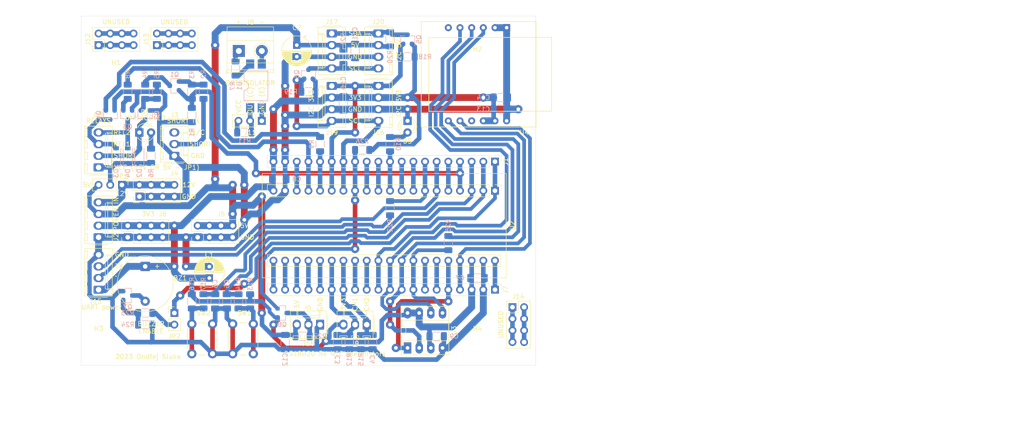
<source format=kicad_pcb>
(kicad_pcb (version 20171130) (host pcbnew 5.1.10-88a1d61d58~90~ubuntu20.04.1)
  (layers (0 F.Cu signal) (31 B.Cu signal) (34 B.Paste user) (35 F.Paste user) (36 B.SilkS user) (37 F.SilkS user) (38 B.Mask user) (39 F.Mask user) (44 Edge.Cuts user))
  (net 0 "")
  (net 1 "Net-(BZ1-Pad2)")
  (net 2 +3V3)
  (net 3 GND)
  (net 4 +5V)
  (net 5 /ADC_NTC1)
  (net 6 /ADC_NTC2)
  (net 7 /BUTTON1)
  (net 8 /BUTTON2)
  (net 9 "Net-(D1-Pad2)")
  (net 10 "Net-(D1-Pad1)")
  (net 11 "Net-(D2-Pad1)")
  (net 12 "Net-(D3-Pad2)")
  (net 13 "Net-(D4-Pad2)")
  (net 14 "Net-(D5-Pad2)")
  (net 15 /MCU_18)
  (net 16 /PB9)
  (net 17 /PB8)
  (net 18 /PB7)
  (net 19 /PB6)
  (net 20 /PB5)
  (net 21 /PB4)
  (net 22 /PB3)
  (net 23 /PA15)
  (net 24 /PA12)
  (net 25 /PA11)
  (net 26 /PA10)
  (net 27 /PA9)
  (net 28 /PA8)
  (net 29 /PB15)
  (net 30 /BUZZER)
  (net 31 +12V)
  (net 32 "Net-(J3-Pad3)")
  (net 33 "Net-(J3-Pad2)")
  (net 34 /VBat)
  (net 35 /PC13)
  (net 36 /PC14)
  (net 37 /PC15)
  (net 38 /RES)
  (net 39 /PA2)
  (net 40 /PA3)
  (net 41 /PA4)
  (net 42 /PA5)
  (net 43 /MISO)
  (net 44 /MOSI)
  (net 45 /PB0)
  (net 46 /PB10)
  (net 47 /MCU_40)
  (net 48 "Net-(J8-Pad2)")
  (net 49 "Net-(J8-Pad1)")
  (net 50 "Net-(J11-Pad3)")
  (net 51 "Net-(J11-Pad2)")
  (net 52 "Net-(J11-Pad1)")
  (net 53 "Net-(J12-Pad2)")
  (net 54 "Net-(J12-Pad1)")
  (net 55 /onewire_5V)
  (net 56 /SCL_5V)
  (net 57 /SDA_5V)
  (net 58 "Net-(JP2-Pad2)")
  (net 59 "Net-(Q1-Pad3)")
  (net 60 "Net-(Q1-Pad1)")
  (net 61 "Net-(Q2-Pad1)")
  (net 62 "Net-(Q3-Pad1)")
  (net 63 "Net-(Q4-Pad1)")
  (net 64 "Net-(R7-Pad1)")
  (net 65 "Net-(R13-Pad2)")
  (net 66 "Net-(R16-Pad2)")
  (net 67 "Net-(U4-Pad6)")
  (net 68 "Net-(U4-Pad9)")
  (net 69 "Net-(Q7-Pad1)")
  (net 70 "Net-(J14-Pad2)")
  (net 71 "Net-(R25-Pad1)")
  (net 72 /PB1)
  (net 73 /PB2)
  (net 74 "Net-(J13-Pad2)")
  (net 75 "Net-(J13-Pad1)")
  (net 76 "Net-(J14-Pad1)")
  (net 77 "Net-(J15-Pad2)")
  (module Connector_PinHeader_2.54mm:PinHeader_2x04_P2.54mm_Vertical (layer F.Cu) (at 144.78 139.7)
    (fp_text reference J14 (at 1.27 -2.33) (layer F.SilkS))
    (fp_text value Conn_02x04_Odd_Even)
    (pad 8 thru_hole oval (at 2.54 7.62) (size 1.7 1.7) (drill 1) (layers *.Cu *.Mask) (net 70 "Net-(J14-Pad2)"))
    (pad 7 thru_hole oval (at 0 7.62) (size 1.7 1.7) (drill 1) (layers *.Cu *.Mask) (net 76 "Net-(J14-Pad1)"))
    (pad 6 thru_hole oval (at 2.54 5.08) (size 1.7 1.7) (drill 1) (layers *.Cu *.Mask) (net 70 "Net-(J14-Pad2)"))
    (pad 5 thru_hole oval (at 0 5.08) (size 1.7 1.7) (drill 1) (layers *.Cu *.Mask) (net 76 "Net-(J14-Pad1)"))
    (pad 4 thru_hole oval (at 2.54 2.54) (size 1.7 1.7) (drill 1) (layers *.Cu *.Mask) (net 70 "Net-(J14-Pad2)"))
    (pad 3 thru_hole oval (at 0 2.54) (size 1.7 1.7) (drill 1) (layers *.Cu *.Mask) (net 76 "Net-(J14-Pad1)"))
    (pad 2 thru_hole oval (at 2.54 0) (size 1.7 1.7) (drill 1) (layers *.Cu *.Mask) (net 70 "Net-(J14-Pad2)"))
    (pad 1 thru_hole rect (at 0 0) (size 1.7 1.7) (drill 1) (layers *.Cu *.Mask) (net 76 "Net-(J14-Pad1)"))
  )
  (module Connector_PinHeader_2.54mm:PinHeader_2x04_P2.54mm_Vertical (layer F.Cu) (at 67.31 82.55 90)
    (fp_text reference J13 (at 1.27 -2.33 90) (layer F.SilkS))
    (fp_text value Conn_02x04_Odd_Even)
    (pad 8 thru_hole oval (at 2.54 7.62 90) (size 1.7 1.7) (drill 1) (layers *.Cu *.Mask) (net 74 "Net-(J13-Pad2)"))
    (pad 7 thru_hole oval (at 0 7.62 90) (size 1.7 1.7) (drill 1) (layers *.Cu *.Mask) (net 75 "Net-(J13-Pad1)"))
    (pad 6 thru_hole oval (at 2.54 5.08 90) (size 1.7 1.7) (drill 1) (layers *.Cu *.Mask) (net 74 "Net-(J13-Pad2)"))
    (pad 5 thru_hole oval (at 0 5.08 90) (size 1.7 1.7) (drill 1) (layers *.Cu *.Mask) (net 75 "Net-(J13-Pad1)"))
    (pad 4 thru_hole oval (at 2.54 2.54 90) (size 1.7 1.7) (drill 1) (layers *.Cu *.Mask) (net 74 "Net-(J13-Pad2)"))
    (pad 3 thru_hole oval (at 0 2.54 90) (size 1.7 1.7) (drill 1) (layers *.Cu *.Mask) (net 75 "Net-(J13-Pad1)"))
    (pad 2 thru_hole oval (at 2.54 0 90) (size 1.7 1.7) (drill 1) (layers *.Cu *.Mask) (net 74 "Net-(J13-Pad2)"))
    (pad 1 thru_hole rect (at 0 0 90) (size 1.7 1.7) (drill 1) (layers *.Cu *.Mask) (net 75 "Net-(J13-Pad1)"))
  )
  (module Connector_PinHeader_2.54mm:PinHeader_2x04_P2.54mm_Vertical (layer F.Cu) (at 54.61 82.55 90)
    (fp_text reference J12 (at 1.27 -2.33 90) (layer F.SilkS))
    (fp_text value Conn_02x04_Odd_Even)
    (pad 8 thru_hole oval (at 2.54 7.62 90) (size 1.7 1.7) (drill 1) (layers *.Cu *.Mask) (net 53 "Net-(J12-Pad2)"))
    (pad 7 thru_hole oval (at 0 7.62 90) (size 1.7 1.7) (drill 1) (layers *.Cu *.Mask) (net 54 "Net-(J12-Pad1)"))
    (pad 6 thru_hole oval (at 2.54 5.08 90) (size 1.7 1.7) (drill 1) (layers *.Cu *.Mask) (net 53 "Net-(J12-Pad2)"))
    (pad 5 thru_hole oval (at 0 5.08 90) (size 1.7 1.7) (drill 1) (layers *.Cu *.Mask) (net 54 "Net-(J12-Pad1)"))
    (pad 4 thru_hole oval (at 2.54 2.54 90) (size 1.7 1.7) (drill 1) (layers *.Cu *.Mask) (net 53 "Net-(J12-Pad2)"))
    (pad 3 thru_hole oval (at 0 2.54 90) (size 1.7 1.7) (drill 1) (layers *.Cu *.Mask) (net 54 "Net-(J12-Pad1)"))
    (pad 2 thru_hole oval (at 2.54 0 90) (size 1.7 1.7) (drill 1) (layers *.Cu *.Mask) (net 53 "Net-(J12-Pad2)"))
    (pad 1 thru_hole rect (at 0 0 90) (size 1.7 1.7) (drill 1) (layers *.Cu *.Mask) (net 54 "Net-(J12-Pad1)"))
  )
  (module zvire-vetrnik-control:YAAJ_WeAct_BlackPill_2 (layer F.Cu) (at 140.97 114.3 270)
    (fp_text reference U2 (at 7.62 -3.81 90) (layer F.SilkS))
    (fp_text value YAAJ_WeAct_BlackPill_Part_Like hide)
    (pad 40 thru_hole circle (at 15.24 0 270) (size 1.7 1.7) (drill 1) (layers *.Cu *.Mask) (net 47 /MCU_40))
    (pad 1 thru_hole rect (at 0 0 270) (size 1.7 1.7) (drill 1) (layers *.Cu *.Mask) (net 30 /BUZZER))
    (pad 39 thru_hole circle (at 15.24 2.54 270) (size 1.7 1.7) (drill 1) (layers *.Cu *.Mask) (net 3 GND))
    (pad 2 thru_hole circle (at 0 2.54 270) (size 1.7 1.7) (drill 1) (layers *.Cu *.Mask) (net 7 /BUTTON1))
    (pad 38 thru_hole circle (at 15.24 5.08 270) (size 1.7 1.7) (drill 1) (layers *.Cu *.Mask) (net 2 +3V3))
    (pad 3 thru_hole circle (at 0 5.08 270) (size 1.7 1.7) (drill 1) (layers *.Cu *.Mask) (net 8 /BUTTON2))
    (pad 37 thru_hole circle (at 15.24 7.62 270) (size 1.7 1.7) (drill 1) (layers *.Cu *.Mask) (net 46 /PB10))
    (pad 4 thru_hole circle (at 0 7.62 270) (size 1.7 1.7) (drill 1) (layers *.Cu *.Mask) (net 29 /PB15))
    (pad 36 thru_hole circle (at 15.24 10.16 270) (size 1.7 1.7) (drill 1) (layers *.Cu *.Mask) (net 73 /PB2))
    (pad 5 thru_hole circle (at 0 10.16 270) (size 1.7 1.7) (drill 1) (layers *.Cu *.Mask) (net 28 /PA8))
    (pad 35 thru_hole circle (at 15.24 12.7 270) (size 1.7 1.7) (drill 1) (layers *.Cu *.Mask) (net 72 /PB1))
    (pad 6 thru_hole circle (at 0 12.7 270) (size 1.7 1.7) (drill 1) (layers *.Cu *.Mask) (net 27 /PA9))
    (pad 34 thru_hole circle (at 15.24 15.24 270) (size 1.7 1.7) (drill 1) (layers *.Cu *.Mask) (net 45 /PB0))
    (pad 7 thru_hole circle (at 0 15.24 270) (size 1.7 1.7) (drill 1) (layers *.Cu *.Mask) (net 26 /PA10))
    (pad 33 thru_hole circle (at 15.24 17.78 270) (size 1.7 1.7) (drill 1) (layers *.Cu *.Mask) (net 44 /MOSI))
    (pad 8 thru_hole circle (at 0 17.78 270) (size 1.7 1.7) (drill 1) (layers *.Cu *.Mask) (net 25 /PA11))
    (pad 32 thru_hole circle (at 15.24 20.32 270) (size 1.7 1.7) (drill 1) (layers *.Cu *.Mask) (net 43 /MISO))
    (pad 9 thru_hole circle (at 0 20.32 270) (size 1.7 1.7) (drill 1) (layers *.Cu *.Mask) (net 24 /PA12))
    (pad 31 thru_hole circle (at 15.24 22.86 270) (size 1.7 1.7) (drill 1) (layers *.Cu *.Mask) (net 42 /PA5))
    (pad 10 thru_hole circle (at 0 22.86 270) (size 1.7 1.7) (drill 1) (layers *.Cu *.Mask) (net 23 /PA15))
    (pad 30 thru_hole circle (at 15.24 25.4 270) (size 1.7 1.7) (drill 1) (layers *.Cu *.Mask) (net 41 /PA4))
    (pad 11 thru_hole circle (at 0 25.4 270) (size 1.7 1.7) (drill 1) (layers *.Cu *.Mask) (net 22 /PB3))
    (pad 29 thru_hole circle (at 15.24 27.94 270) (size 1.7 1.7) (drill 1) (layers *.Cu *.Mask) (net 40 /PA3))
    (pad 12 thru_hole circle (at 0 27.94 270) (size 1.7 1.7) (drill 1) (layers *.Cu *.Mask) (net 21 /PB4))
    (pad 28 thru_hole circle (at 15.24 30.48 270) (size 1.7 1.7) (drill 1) (layers *.Cu *.Mask) (net 39 /PA2))
    (pad 13 thru_hole circle (at 0 30.48 270) (size 1.7 1.7) (drill 1) (layers *.Cu *.Mask) (net 20 /PB5))
    (pad 27 thru_hole circle (at 15.24 33.02 270) (size 1.7 1.7) (drill 1) (layers *.Cu *.Mask) (net 6 /ADC_NTC2))
    (pad 14 thru_hole circle (at 0 33.02 270) (size 1.7 1.7) (drill 1) (layers *.Cu *.Mask) (net 19 /PB6))
    (pad 26 thru_hole circle (at 15.24 35.56 270) (size 1.7 1.7) (drill 1) (layers *.Cu *.Mask) (net 5 /ADC_NTC1))
    (pad 15 thru_hole circle (at 0 35.56 270) (size 1.7 1.7) (drill 1) (layers *.Cu *.Mask) (net 18 /PB7))
    (pad 25 thru_hole circle (at 15.24 38.1 270) (size 1.7 1.7) (drill 1) (layers *.Cu *.Mask) (net 38 /RES))
    (pad 16 thru_hole circle (at 0 38.1 270) (size 1.7 1.7) (drill 1) (layers *.Cu *.Mask) (net 17 /PB8))
    (pad 24 thru_hole circle (at 15.24 40.64 270) (size 1.7 1.7) (drill 1) (layers *.Cu *.Mask) (net 37 /PC15))
    (pad 17 thru_hole circle (at 0 40.64 270) (size 1.7 1.7) (drill 1) (layers *.Cu *.Mask) (net 16 /PB9))
    (pad 23 thru_hole circle (at 15.24 43.18 270) (size 1.7 1.7) (drill 1) (layers *.Cu *.Mask) (net 36 /PC14))
    (pad 18 thru_hole circle (at 0 43.18 270) (size 1.7 1.7) (drill 1) (layers *.Cu *.Mask) (net 15 /MCU_18))
    (pad 22 thru_hole circle (at 15.24 45.72 270) (size 1.7 1.7) (drill 1) (layers *.Cu *.Mask) (net 35 /PC13))
    (pad 19 thru_hole circle (at 0 45.72 270) (size 1.7 1.7) (drill 1) (layers *.Cu *.Mask) (net 3 GND))
    (pad 21 thru_hole circle (at 15.24 48.26 270) (size 1.7 1.7) (drill 1) (layers *.Cu *.Mask) (net 34 /VBat))
    (pad 20 thru_hole circle (at 0 48.26 270) (size 1.7 1.7) (drill 1) (layers *.Cu *.Mask) (net 2 +3V3))
  )
  (module Resistor_SMD:R_1206_3216Metric_Pad1.30x1.75mm_HandSolder (layer B.Cu) (at 130.81 125.73 270)
    (fp_text reference R25 (at -3.81 0 90) (layer B.SilkS) (effects (justify mirror)))
    (fp_text value 0)
    (pad 2 smd roundrect (at 1.55 0 270) (size 1.3 1.75) (layers B.Cu B.Paste B.Mask) (roundrect_rratio 0.1923076923076923) (net 44 /MOSI))
    (pad 1 smd roundrect (at -1.55 0 270) (size 1.3 1.75) (layers B.Cu B.Paste B.Mask) (roundrect_rratio 0.1923076923076923) (net 71 "Net-(R25-Pad1)"))
  )
  (module Package_DIP:DIP-8_W7.62mm_Socket_LongPads (layer F.Cu) (at 121.92 148.59 90)
    (fp_text reference U3 (at 3.81 10.16 90) (layer F.SilkS))
    (fp_text value MX25L8006EM1I-12G)
    (pad 8 thru_hole oval (at 7.62 0 90) (size 2.4 1.6) (drill 0.8) (layers *.Cu *.Mask) (net 2 +3V3))
    (pad 4 thru_hole oval (at 0 7.62 90) (size 2.4 1.6) (drill 0.8) (layers *.Cu *.Mask) (net 3 GND))
    (pad 7 thru_hole oval (at 7.62 2.54 90) (size 2.4 1.6) (drill 0.8) (layers *.Cu *.Mask) (net 2 +3V3))
    (pad 3 thru_hole oval (at 0 5.08 90) (size 2.4 1.6) (drill 0.8) (layers *.Cu *.Mask) (net 2 +3V3))
    (pad 6 thru_hole oval (at 7.62 5.08 90) (size 2.4 1.6) (drill 0.8) (layers *.Cu *.Mask) (net 42 /PA5))
    (pad 2 thru_hole oval (at 0 2.54 90) (size 2.4 1.6) (drill 0.8) (layers *.Cu *.Mask) (net 43 /MISO))
    (pad 5 thru_hole oval (at 7.62 7.62 90) (size 2.4 1.6) (drill 0.8) (layers *.Cu *.Mask) (net 44 /MOSI))
    (pad 1 thru_hole rect (at 0 0 90) (size 2.4 1.6) (drill 0.8) (layers *.Cu *.Mask) (net 73 /PB2))
  )
  (module Resistor_SMD:R_1206_3216Metric_Pad1.30x1.75mm_HandSolder (layer B.Cu) (at 118.11 118.11 90)
    (fp_text reference R22 (at -3.81 0 90) (layer B.SilkS) (effects (justify mirror)))
    (fp_text value 0)
    (pad 2 smd roundrect (at 1.55 0 90) (size 1.3 1.75) (layers B.Cu B.Paste B.Mask) (roundrect_rratio 0.1923076923076923) (net 26 /PA10))
    (pad 1 smd roundrect (at -1.55 0 90) (size 1.3 1.75) (layers B.Cu B.Paste B.Mask) (roundrect_rratio 0.1923076923076923) (net 77 "Net-(J15-Pad2)"))
  )
  (module Resistor_SMD:R_1206_3216Metric_Pad1.30x1.75mm_HandSolder (layer B.Cu) (at 102.87 104.14 270)
    (fp_text reference R9 (at 0 1.82 90) (layer B.SilkS) (effects (justify mirror)))
    (fp_text value 1k)
    (pad 2 smd roundrect (at 1.55 0 270) (size 1.3 1.75) (layers B.Cu B.Paste B.Mask) (roundrect_rratio 0.1923076923076923) (net 17 /PB8))
    (pad 1 smd roundrect (at -1.55 0 270) (size 1.3 1.75) (layers B.Cu B.Paste B.Mask) (roundrect_rratio 0.1923076923076923) (net 63 "Net-(Q4-Pad1)"))
  )
  (module MountingHole:MountingHole_3.2mm_M3 (layer F.Cu) (at 137.16 148.59)
    (fp_text reference H4 (at 0 -4.2) (layer F.SilkS))
    (fp_text value MountingHole)
    (pad 1 np_thru_hole circle (at 0 0) (size 3.2 3.2) (drill 3.2) (layers *.Cu *.Mask))
  )
  (module MountingHole:MountingHole_3.2mm_M3 (layer F.Cu) (at 54.61 148.59)
    (fp_text reference H3 (at 0 -4.2) (layer F.SilkS))
    (fp_text value MountingHole)
    (pad 1 np_thru_hole circle (at 0 0) (size 3.2 3.2) (drill 3.2) (layers *.Cu *.Mask))
  )
  (module MountingHole:MountingHole_3.2mm_M3 (layer F.Cu) (at 137.16 87.63)
    (fp_text reference H2 (at 0 -4.2) (layer F.SilkS))
    (fp_text value MountingHole)
    (pad 1 np_thru_hole circle (at 0 0) (size 3.2 3.2) (drill 3.2) (layers *.Cu *.Mask))
  )
  (module MountingHole:MountingHole_3.2mm_M3 (layer F.Cu) (at 54.61 88.9)
    (fp_text reference H1 (at 3.81 -2.54) (layer F.SilkS))
    (fp_text value MountingHole)
    (pad 1 np_thru_hole circle (at 0 0) (size 3.2 3.2) (drill 3.2) (layers *.Cu *.Mask))
  )
  (module zvire-vetrnik-control:WIZ850io (layer F.Cu) (at 143.51 88.9 270)
    (fp_text reference U4 (at 12.7 -3.81 180) (layer F.SilkS))
    (fp_text value WIZ850io)
    (pad 1 thru_hole rect (at -10.16 0 270) (size 1.524 1.524) (drill 0.762) (layers *.Cu *.Mask) (net 3 GND))
    (pad 2 thru_hole circle (at -10.16 2.54 270) (size 1.524 1.524) (drill 0.762) (layers *.Cu *.Mask) (net 3 GND))
    (pad 3 thru_hole circle (at -10.16 5.08 270) (size 1.524 1.524) (drill 0.762) (layers *.Cu *.Mask) (net 71 "Net-(R25-Pad1)"))
    (pad 4 thru_hole circle (at -10.16 7.62 270) (size 1.524 1.524) (drill 0.762) (layers *.Cu *.Mask) (net 42 /PA5))
    (pad 5 thru_hole circle (at -10.16 10.16 270) (size 1.524 1.524) (drill 0.762) (layers *.Cu *.Mask) (net 41 /PA4))
    (pad 6 thru_hole circle (at -10.16 12.7 270) (size 1.524 1.524) (drill 0.762) (layers *.Cu *.Mask) (net 67 "Net-(U4-Pad6)"))
    (pad 7 thru_hole circle (at 10.16 12.7 270) (size 1.524 1.524) (drill 0.762) (layers *.Cu *.Mask) (net 43 /MISO))
    (pad 8 thru_hole circle (at 10.16 10.16 270) (size 1.524 1.524) (drill 0.762) (layers *.Cu *.Mask) (net 46 /PB10))
    (pad 9 thru_hole circle (at 10.16 7.62 270) (size 1.524 1.524) (drill 0.762) (layers *.Cu *.Mask) (net 68 "Net-(U4-Pad9)"))
    (pad 10 thru_hole circle (at 10.16 5.08 270) (size 1.524 1.524) (drill 0.762) (layers *.Cu *.Mask) (net 2 +3V3))
    (pad 11 thru_hole circle (at 10.16 2.54 270) (size 1.524 1.524) (drill 0.762) (layers *.Cu *.Mask) (net 2 +3V3))
    (pad 12 thru_hole circle (at 10.16 0 270) (size 1.524 1.524) (drill 0.762) (layers *.Cu *.Mask) (net 3 GND))
  )
  (module Package_DIP:SMDIP-4_W9.53mm (layer B.Cu) (at 88.9 91.44 270)
    (fp_text reference U1 (at 0 3.6 90) (layer B.SilkS) (effects (justify mirror)))
    (fp_text value LTV-817S)
    (pad 4 smd rect (at 4.765 1.27 270) (size 2 1.78) (layers B.Cu B.Paste B.Mask) (net 51 "Net-(J11-Pad2)"))
    (pad 2 smd rect (at -4.765 -1.27 270) (size 2 1.78) (layers B.Cu B.Paste B.Mask) (net 48 "Net-(J8-Pad2)"))
    (pad 3 smd rect (at 4.765 -1.27 270) (size 2 1.78) (layers B.Cu B.Paste B.Mask) (net 52 "Net-(J11-Pad1)"))
    (pad 1 smd rect (at -4.765 1.27 270) (size 2 1.78) (layers B.Cu B.Paste B.Mask) (net 64 "Net-(R7-Pad1)"))
  )
  (module Button_Switch_THT:SW_PUSH_6mm_H4.3mm (layer F.Cu) (at 74.93 149.86 90)
    (fp_text reference SW2 (at 8.89 2.54 180) (layer F.SilkS))
    (fp_text value SW_Push)
    (pad 1 thru_hole circle (at 6.5 0 180) (size 2 2) (drill 1.1) (layers *.Cu *.Mask) (net 66 "Net-(R16-Pad2)"))
    (pad 2 thru_hole circle (at 6.5 4.5 180) (size 2 2) (drill 1.1) (layers *.Cu *.Mask) (net 3 GND))
    (pad 1 thru_hole circle (at 0 0 180) (size 2 2) (drill 1.1) (layers *.Cu *.Mask) (net 66 "Net-(R16-Pad2)"))
    (pad 2 thru_hole circle (at 0 4.5 180) (size 2 2) (drill 1.1) (layers *.Cu *.Mask) (net 3 GND))
  )
  (module Button_Switch_THT:SW_PUSH_6mm_H4.3mm (layer F.Cu) (at 88.32 143.36 270)
    (fp_text reference SW1 (at -2.39 1.96 180) (layer F.SilkS))
    (fp_text value SW_Push)
    (pad 1 thru_hole circle (at 6.5 0) (size 2 2) (drill 1.1) (layers *.Cu *.Mask) (net 65 "Net-(R13-Pad2)"))
    (pad 2 thru_hole circle (at 6.5 4.5) (size 2 2) (drill 1.1) (layers *.Cu *.Mask) (net 3 GND))
    (pad 1 thru_hole circle (at 0 0) (size 2 2) (drill 1.1) (layers *.Cu *.Mask) (net 65 "Net-(R13-Pad2)"))
    (pad 2 thru_hole circle (at 0 4.5) (size 2 2) (drill 1.1) (layers *.Cu *.Mask) (net 3 GND))
  )
  (module Resistor_SMD:R_1206_3216Metric_Pad1.30x1.75mm_HandSolder (layer B.Cu) (at 107.95 85.09 270)
    (fp_text reference R21 (at -3.81 0 90) (layer B.SilkS) (effects (justify mirror)))
    (fp_text value 10k)
    (pad 2 smd roundrect (at 1.55 0 270) (size 1.3 1.75) (layers B.Cu B.Paste B.Mask) (roundrect_rratio 0.1923076923076923) (net 56 /SCL_5V))
    (pad 1 smd roundrect (at -1.55 0 270) (size 1.3 1.75) (layers B.Cu B.Paste B.Mask) (roundrect_rratio 0.1923076923076923) (net 4 +5V))
  )
  (module Resistor_SMD:R_1206_3216Metric_Pad1.30x1.75mm_HandSolder (layer B.Cu) (at 118.11 81.28 90)
    (fp_text reference R20 (at -3.81 0 90) (layer B.SilkS) (effects (justify mirror)))
    (fp_text value 10k)
    (pad 2 smd roundrect (at 1.55 0 90) (size 1.3 1.75) (layers B.Cu B.Paste B.Mask) (roundrect_rratio 0.1923076923076923) (net 57 /SDA_5V))
    (pad 1 smd roundrect (at -1.55 0 90) (size 1.3 1.75) (layers B.Cu B.Paste B.Mask) (roundrect_rratio 0.1923076923076923) (net 4 +5V))
  )
  (module Resistor_SMD:R_1206_3216Metric_Pad1.30x1.75mm_HandSolder (layer B.Cu) (at 99.06 146.05)
    (fp_text reference R27 (at 3.81 0) (layer B.SilkS) (effects (justify mirror)))
    (fp_text value 10k)
    (pad 2 smd roundrect (at 1.55 0) (size 1.3 1.75) (layers B.Cu B.Paste B.Mask) (roundrect_rratio 0.1923076923076923) (net 55 /onewire_5V))
    (pad 1 smd roundrect (at -1.55 0) (size 1.3 1.75) (layers B.Cu B.Paste B.Mask) (roundrect_rratio 0.1923076923076923) (net 4 +5V))
  )
  (module Resistor_SMD:R_1206_3216Metric_Pad1.30x1.75mm_HandSolder (layer B.Cu) (at 100.33 92.71 180)
    (fp_text reference R19 (at 3.81 0) (layer B.SilkS) (effects (justify mirror)))
    (fp_text value 10k)
    (pad 2 smd roundrect (at 1.55 0 180) (size 1.3 1.75) (layers B.Cu B.Paste B.Mask) (roundrect_rratio 0.1923076923076923) (net 19 /PB6))
    (pad 1 smd roundrect (at -1.55 0 180) (size 1.3 1.75) (layers B.Cu B.Paste B.Mask) (roundrect_rratio 0.1923076923076923) (net 2 +3V3))
  )
  (module Resistor_SMD:R_1206_3216Metric_Pad1.30x1.75mm_HandSolder (layer B.Cu) (at 121.92 85.09 180)
    (fp_text reference R18 (at -3.81 0) (layer B.SilkS) (effects (justify mirror)))
    (fp_text value 10k)
    (pad 2 smd roundrect (at 1.55 0 180) (size 1.3 1.75) (layers B.Cu B.Paste B.Mask) (roundrect_rratio 0.1923076923076923) (net 18 /PB7))
    (pad 1 smd roundrect (at -1.55 0 180) (size 1.3 1.75) (layers B.Cu B.Paste B.Mask) (roundrect_rratio 0.1923076923076923) (net 2 +3V3))
  )
  (module Resistor_SMD:R_1206_3216Metric_Pad1.30x1.75mm_HandSolder (layer B.Cu) (at 112.04 105.41 180)
    (fp_text reference R26 (at 0 1.82) (layer B.SilkS) (effects (justify mirror)))
    (fp_text value 10k)
    (pad 2 smd roundrect (at 1.55 0 180) (size 1.3 1.75) (layers B.Cu B.Paste B.Mask) (roundrect_rratio 0.1923076923076923) (net 20 /PB5))
    (pad 1 smd roundrect (at -1.55 0 180) (size 1.3 1.75) (layers B.Cu B.Paste B.Mask) (roundrect_rratio 0.1923076923076923) (net 2 +3V3))
  )
  (module Resistor_SMD:R_1206_3216Metric_Pad1.30x1.75mm_HandSolder (layer B.Cu) (at 64.77 143.51)
    (fp_text reference R24 (at -3.81 0) (layer B.SilkS) (effects (justify mirror)))
    (fp_text value 10k)
    (pad 2 smd roundrect (at 1.55 0) (size 1.3 1.75) (layers B.Cu B.Paste B.Mask) (roundrect_rratio 0.1923076923076923) (net 3 GND))
    (pad 1 smd roundrect (at -1.55 0) (size 1.3 1.75) (layers B.Cu B.Paste B.Mask) (roundrect_rratio 0.1923076923076923) (net 69 "Net-(Q7-Pad1)"))
  )
  (module Resistor_SMD:R_1206_3216Metric_Pad1.30x1.75mm_HandSolder (layer B.Cu) (at 64.77 140.97)
    (fp_text reference R23 (at -3.81 0) (layer B.SilkS) (effects (justify mirror)))
    (fp_text value 1k)
    (pad 2 smd roundrect (at 1.55 0) (size 1.3 1.75) (layers B.Cu B.Paste B.Mask) (roundrect_rratio 0.1923076923076923) (net 58 "Net-(JP2-Pad2)"))
    (pad 1 smd roundrect (at -1.55 0) (size 1.3 1.75) (layers B.Cu B.Paste B.Mask) (roundrect_rratio 0.1923076923076923) (net 69 "Net-(Q7-Pad1)"))
  )
  (module Resistor_SMD:R_1206_3216Metric_Pad1.30x1.75mm_HandSolder (layer B.Cu) (at 77.47 138.43 270)
    (fp_text reference R17 (at -3.81 0 90) (layer B.SilkS) (effects (justify mirror)))
    (fp_text value 10k)
    (pad 2 smd roundrect (at 1.55 0 270) (size 1.3 1.75) (layers B.Cu B.Paste B.Mask) (roundrect_rratio 0.1923076923076923) (net 66 "Net-(R16-Pad2)"))
    (pad 1 smd roundrect (at -1.55 0 270) (size 1.3 1.75) (layers B.Cu B.Paste B.Mask) (roundrect_rratio 0.1923076923076923) (net 8 /BUTTON2))
  )
  (module Resistor_SMD:R_1206_3216Metric_Pad1.30x1.75mm_HandSolder (layer B.Cu) (at 74.93 138.43 270)
    (fp_text reference R16 (at -3.81 0 90) (layer B.SilkS) (effects (justify mirror)))
    (fp_text value 10k)
    (pad 2 smd roundrect (at 1.55 0 270) (size 1.3 1.75) (layers B.Cu B.Paste B.Mask) (roundrect_rratio 0.1923076923076923) (net 66 "Net-(R16-Pad2)"))
    (pad 1 smd roundrect (at -1.55 0 270) (size 1.3 1.75) (layers B.Cu B.Paste B.Mask) (roundrect_rratio 0.1923076923076923) (net 2 +3V3))
  )
  (module Resistor_SMD:R_1206_3216Metric_Pad1.30x1.75mm_HandSolder (layer B.Cu) (at 111.76 147.32 270)
    (fp_text reference R15 (at 3.81 0 90) (layer B.SilkS) (effects (justify mirror)))
    (fp_text value 4k7)
    (pad 2 smd roundrect (at 1.55 0 270) (size 1.3 1.75) (layers B.Cu B.Paste B.Mask) (roundrect_rratio 0.1923076923076923) (net 3 GND))
    (pad 1 smd roundrect (at -1.55 0 270) (size 1.3 1.75) (layers B.Cu B.Paste B.Mask) (roundrect_rratio 0.1923076923076923) (net 6 /ADC_NTC2))
  )
  (module Resistor_SMD:R_1206_3216Metric_Pad1.30x1.75mm_HandSolder (layer B.Cu) (at 85.09 138.43 270)
    (fp_text reference R14 (at -3.81 0 90) (layer B.SilkS) (effects (justify mirror)))
    (fp_text value 10k)
    (pad 2 smd roundrect (at 1.55 0 270) (size 1.3 1.75) (layers B.Cu B.Paste B.Mask) (roundrect_rratio 0.1923076923076923) (net 65 "Net-(R13-Pad2)"))
    (pad 1 smd roundrect (at -1.55 0 270) (size 1.3 1.75) (layers B.Cu B.Paste B.Mask) (roundrect_rratio 0.1923076923076923) (net 7 /BUTTON1))
  )
  (module Resistor_SMD:R_1206_3216Metric_Pad1.30x1.75mm_HandSolder (layer B.Cu) (at 87.63 138.43 270)
    (fp_text reference R13 (at -3.81 0 90) (layer B.SilkS) (effects (justify mirror)))
    (fp_text value 10k)
    (pad 2 smd roundrect (at 1.55 0 270) (size 1.3 1.75) (layers B.Cu B.Paste B.Mask) (roundrect_rratio 0.1923076923076923) (net 65 "Net-(R13-Pad2)"))
    (pad 1 smd roundrect (at -1.55 0 270) (size 1.3 1.75) (layers B.Cu B.Paste B.Mask) (roundrect_rratio 0.1923076923076923) (net 2 +3V3))
  )
  (module Resistor_SMD:R_1206_3216Metric_Pad1.30x1.75mm_HandSolder (layer B.Cu) (at 109.22 147.32 270)
    (fp_text reference R12 (at 3.81 0 90) (layer B.SilkS) (effects (justify mirror)))
    (fp_text value 4k7)
    (pad 2 smd roundrect (at 1.55 0 270) (size 1.3 1.75) (layers B.Cu B.Paste B.Mask) (roundrect_rratio 0.1923076923076923) (net 3 GND))
    (pad 1 smd roundrect (at -1.55 0 270) (size 1.3 1.75) (layers B.Cu B.Paste B.Mask) (roundrect_rratio 0.1923076923076923) (net 5 /ADC_NTC1))
  )
  (module Resistor_SMD:R_1206_3216Metric_Pad1.30x1.75mm_HandSolder (layer B.Cu) (at 86.36 101.6)
    (fp_text reference R11 (at 0 1.82) (layer B.SilkS) (effects (justify mirror)))
    (fp_text value 10k)
    (pad 2 smd roundrect (at 1.55 0) (size 1.3 1.75) (layers B.Cu B.Paste B.Mask) (roundrect_rratio 0.1923076923076923) (net 51 "Net-(J11-Pad2)"))
    (pad 1 smd roundrect (at -1.55 0) (size 1.3 1.75) (layers B.Cu B.Paste B.Mask) (roundrect_rratio 0.1923076923076923) (net 50 "Net-(J11-Pad3)"))
  )
  (module Resistor_SMD:R_1206_3216Metric_Pad1.30x1.75mm_HandSolder (layer B.Cu) (at 118.11 104.14 90)
    (fp_text reference R10 (at 0 1.82 90) (layer B.SilkS) (effects (justify mirror)))
    (fp_text value 330)
    (pad 2 smd roundrect (at 1.55 0 90) (size 1.3 1.75) (layers B.Cu B.Paste B.Mask) (roundrect_rratio 0.1923076923076923) (net 14 "Net-(D5-Pad2)"))
    (pad 1 smd roundrect (at -1.55 0 90) (size 1.3 1.75) (layers B.Cu B.Paste B.Mask) (roundrect_rratio 0.1923076923076923) (net 23 /PA15))
  )
  (module Resistor_SMD:R_1206_3216Metric_Pad1.30x1.75mm_HandSolder (layer B.Cu) (at 60.96 92.71 90)
    (fp_text reference R8 (at 3.81 0 90) (layer B.SilkS) (effects (justify mirror)))
    (fp_text value 1k)
    (pad 2 smd roundrect (at 1.55 0 90) (size 1.3 1.75) (layers B.Cu B.Paste B.Mask) (roundrect_rratio 0.1923076923076923) (net 16 /PB9))
    (pad 1 smd roundrect (at -1.55 0 90) (size 1.3 1.75) (layers B.Cu B.Paste B.Mask) (roundrect_rratio 0.1923076923076923) (net 62 "Net-(Q3-Pad1)"))
  )
  (module Resistor_SMD:R_1206_3216Metric_Pad1.30x1.75mm_HandSolder (layer B.Cu) (at 84.455 87.63 90)
    (fp_text reference R7 (at -3.81 -0.635 90) (layer B.SilkS) (effects (justify mirror)))
    (fp_text value 1k)
    (pad 2 smd roundrect (at 1.55 0 90) (size 1.3 1.75) (layers B.Cu B.Paste B.Mask) (roundrect_rratio 0.1923076923076923) (net 49 "Net-(J8-Pad1)"))
    (pad 1 smd roundrect (at -1.55 0 90) (size 1.3 1.75) (layers B.Cu B.Paste B.Mask) (roundrect_rratio 0.1923076923076923) (net 64 "Net-(R7-Pad1)"))
  )
  (module Resistor_SMD:R_1206_3216Metric_Pad1.30x1.75mm_HandSolder (layer B.Cu) (at 66.04 106.68 90)
    (fp_text reference R6 (at -3.81 0 90) (layer B.SilkS) (effects (justify mirror)))
    (fp_text value 1k)
    (pad 2 smd roundrect (at 1.55 0 90) (size 1.3 1.75) (layers B.Cu B.Paste B.Mask) (roundrect_rratio 0.1923076923076923) (net 9 "Net-(D1-Pad2)"))
    (pad 1 smd roundrect (at -1.55 0 90) (size 1.3 1.75) (layers B.Cu B.Paste B.Mask) (roundrect_rratio 0.1923076923076923) (net 11 "Net-(D2-Pad1)"))
  )
  (module Resistor_SMD:R_1206_3216Metric_Pad1.30x1.75mm_HandSolder (layer B.Cu) (at 67.31 92.71 90)
    (fp_text reference R5 (at 3.81 0 90) (layer B.SilkS) (effects (justify mirror)))
    (fp_text value 10k)
    (pad 2 smd roundrect (at 1.55 0 90) (size 1.3 1.75) (layers B.Cu B.Paste B.Mask) (roundrect_rratio 0.1923076923076923) (net 3 GND))
    (pad 1 smd roundrect (at -1.55 0 90) (size 1.3 1.75) (layers B.Cu B.Paste B.Mask) (roundrect_rratio 0.1923076923076923) (net 61 "Net-(Q2-Pad1)"))
  )
  (module Resistor_SMD:R_1206_3216Metric_Pad1.30x1.75mm_HandSolder (layer B.Cu) (at 64.77 92.71 90)
    (fp_text reference R4 (at 3.81 0 90) (layer B.SilkS) (effects (justify mirror)))
    (fp_text value 1k)
    (pad 2 smd roundrect (at 1.55 0 90) (size 1.3 1.75) (layers B.Cu B.Paste B.Mask) (roundrect_rratio 0.1923076923076923) (net 59 "Net-(Q1-Pad3)"))
    (pad 1 smd roundrect (at -1.55 0 90) (size 1.3 1.75) (layers B.Cu B.Paste B.Mask) (roundrect_rratio 0.1923076923076923) (net 61 "Net-(Q2-Pad1)"))
  )
  (module Resistor_SMD:R_1206_3216Metric_Pad1.30x1.75mm_HandSolder (layer B.Cu) (at 74.93 92.71 90)
    (fp_text reference R3 (at 3.81 0 90) (layer B.SilkS) (effects (justify mirror)))
    (fp_text value 10k)
    (pad 2 smd roundrect (at 1.55 0 90) (size 1.3 1.75) (layers B.Cu B.Paste B.Mask) (roundrect_rratio 0.1923076923076923) (net 60 "Net-(Q1-Pad1)"))
    (pad 1 smd roundrect (at -1.55 0 90) (size 1.3 1.75) (layers B.Cu B.Paste B.Mask) (roundrect_rratio 0.1923076923076923) (net 29 /PB15))
  )
  (module Resistor_SMD:R_1206_3216Metric_Pad1.30x1.75mm_HandSolder (layer B.Cu) (at 77.47 92.71 270)
    (fp_text reference R2 (at -3.81 0 90) (layer B.SilkS) (effects (justify mirror)))
    (fp_text value 1k)
    (pad 2 smd roundrect (at 1.55 0 270) (size 1.3 1.75) (layers B.Cu B.Paste B.Mask) (roundrect_rratio 0.1923076923076923) (net 33 "Net-(J3-Pad2)"))
    (pad 1 smd roundrect (at -1.55 0 270) (size 1.3 1.75) (layers B.Cu B.Paste B.Mask) (roundrect_rratio 0.1923076923076923) (net 60 "Net-(Q1-Pad1)"))
  )
  (module Resistor_SMD:R_1206_3216Metric_Pad1.30x1.75mm_HandSolder (layer B.Cu) (at 74.93 97.79 270)
    (fp_text reference R1 (at 3.81 0 90) (layer B.SilkS) (effects (justify mirror)))
    (fp_text value 10k)
    (pad 2 smd roundrect (at 1.55 0 270) (size 1.3 1.75) (layers B.Cu B.Paste B.Mask) (roundrect_rratio 0.1923076923076923) (net 3 GND))
    (pad 1 smd roundrect (at -1.55 0 270) (size 1.3 1.75) (layers B.Cu B.Paste B.Mask) (roundrect_rratio 0.1923076923076923) (net 29 /PB15))
  )
  (module Package_TO_SOT_SMD:SOT-23 (layer B.Cu) (at 100.33 88.9 90)
    (fp_text reference Q6 (at 0 -2.54 90) (layer B.SilkS) (effects (justify mirror)))
    (fp_text value BSS138)
    (pad 3 smd rect (at 1 0 90) (size 0.9 0.8) (layers B.Cu B.Paste B.Mask) (net 56 /SCL_5V))
    (pad 2 smd rect (at -1 -0.95 90) (size 0.9 0.8) (layers B.Cu B.Paste B.Mask) (net 19 /PB6))
    (pad 1 smd rect (at -1 0.95 90) (size 0.9 0.8) (layers B.Cu B.Paste B.Mask) (net 2 +3V3))
  )
  (module Package_TO_SOT_SMD:SOT-23 (layer B.Cu) (at 121.92 81.28 90)
    (fp_text reference Q5 (at 0 2.5 90) (layer B.SilkS) (effects (justify mirror)))
    (fp_text value BSS138)
    (pad 3 smd rect (at 1 0 90) (size 0.9 0.8) (layers B.Cu B.Paste B.Mask) (net 57 /SDA_5V))
    (pad 2 smd rect (at -1 -0.95 90) (size 0.9 0.8) (layers B.Cu B.Paste B.Mask) (net 18 /PB7))
    (pad 1 smd rect (at -1 0.95 90) (size 0.9 0.8) (layers B.Cu B.Paste B.Mask) (net 2 +3V3))
  )
  (module Package_TO_SOT_SMD:SOT-23 (layer B.Cu) (at 94.615 140.97)
    (fp_text reference Q8 (at 0 2.5) (layer B.SilkS) (effects (justify mirror)))
    (fp_text value BSS138)
    (pad 3 smd rect (at 1 0) (size 0.9 0.8) (layers B.Cu B.Paste B.Mask) (net 55 /onewire_5V))
    (pad 2 smd rect (at -1 -0.95) (size 0.9 0.8) (layers B.Cu B.Paste B.Mask) (net 20 /PB5))
    (pad 1 smd rect (at -1 0.95) (size 0.9 0.8) (layers B.Cu B.Paste B.Mask) (net 2 +3V3))
  )
  (module Package_TO_SOT_SMD:SOT-23 (layer B.Cu) (at 60.96 137.16)
    (fp_text reference Q7 (at 0 2.5) (layer B.SilkS) (effects (justify mirror)))
    (fp_text value BC847)
    (pad 3 smd rect (at 1 0) (size 0.9 0.8) (layers B.Cu B.Paste B.Mask) (net 1 "Net-(BZ1-Pad2)"))
    (pad 2 smd rect (at -1 -0.95) (size 0.9 0.8) (layers B.Cu B.Paste B.Mask) (net 3 GND))
    (pad 1 smd rect (at -1 0.95) (size 0.9 0.8) (layers B.Cu B.Paste B.Mask) (net 69 "Net-(Q7-Pad1)"))
  )
  (module Package_TO_SOT_SMD:SOT-23 (layer B.Cu) (at 57.15 97.79 270)
    (fp_text reference Q4 (at 0 2.54 270) (layer B.SilkS) (effects (justify mirror)))
    (fp_text value BC847)
    (pad 3 smd rect (at 1 0 270) (size 0.9 0.8) (layers B.Cu B.Paste B.Mask) (net 12 "Net-(D3-Pad2)"))
    (pad 2 smd rect (at -1 -0.95 270) (size 0.9 0.8) (layers B.Cu B.Paste B.Mask) (net 3 GND))
    (pad 1 smd rect (at -1 0.95 270) (size 0.9 0.8) (layers B.Cu B.Paste B.Mask) (net 63 "Net-(Q4-Pad1)"))
  )
  (module Package_TO_SOT_SMD:SOT-23 (layer B.Cu) (at 60.96 97.79 270)
    (fp_text reference Q3 (at 2.54 0 180) (layer B.SilkS) (effects (justify mirror)))
    (fp_text value BC847)
    (pad 3 smd rect (at 1 0 270) (size 0.9 0.8) (layers B.Cu B.Paste B.Mask) (net 13 "Net-(D4-Pad2)"))
    (pad 2 smd rect (at -1 -0.95 270) (size 0.9 0.8) (layers B.Cu B.Paste B.Mask) (net 3 GND))
    (pad 1 smd rect (at -1 0.95 270) (size 0.9 0.8) (layers B.Cu B.Paste B.Mask) (net 62 "Net-(Q3-Pad1)"))
  )
  (module Package_TO_SOT_SMD:SOT-23 (layer B.Cu) (at 64.77 97.79 270)
    (fp_text reference Q2 (at 0 -2.54 270) (layer B.SilkS) (effects (justify mirror)))
    (fp_text value BC847)
    (pad 3 smd rect (at 1 0 270) (size 0.9 0.8) (layers B.Cu B.Paste B.Mask) (net 10 "Net-(D1-Pad1)"))
    (pad 2 smd rect (at -1 -0.95 270) (size 0.9 0.8) (layers B.Cu B.Paste B.Mask) (net 3 GND))
    (pad 1 smd rect (at -1 0.95 270) (size 0.9 0.8) (layers B.Cu B.Paste B.Mask) (net 61 "Net-(Q2-Pad1)"))
  )
  (module Package_TO_SOT_SMD:SOT-23 (layer B.Cu) (at 71.12 91.44 180)
    (fp_text reference Q1 (at 0 2.5) (layer B.SilkS) (effects (justify mirror)))
    (fp_text value BC857)
    (pad 3 smd rect (at 1 0 180) (size 0.9 0.8) (layers B.Cu B.Paste B.Mask) (net 59 "Net-(Q1-Pad3)"))
    (pad 2 smd rect (at -1 -0.95 180) (size 0.9 0.8) (layers B.Cu B.Paste B.Mask) (net 29 /PB15))
    (pad 1 smd rect (at -1 0.95 180) (size 0.9 0.8) (layers B.Cu B.Paste B.Mask) (net 60 "Net-(Q1-Pad1)"))
  )
  (module Connector_PinHeader_2.54mm:PinHeader_1x02_P2.54mm_Vertical (layer F.Cu) (at 71.12 140.97)
    (fp_text reference JP2 (at 0 5.08) (layer F.SilkS))
    (fp_text value Jumper)
    (pad 2 thru_hole oval (at 0 2.54) (size 1.7 1.7) (drill 1) (layers *.Cu *.Mask) (net 58 "Net-(JP2-Pad2)"))
    (pad 1 thru_hole rect (at 0 0) (size 1.7 1.7) (drill 1) (layers *.Cu *.Mask) (net 30 /BUZZER))
  )
  (module Connector_PinHeader_2.54mm:PinHeader_1x03_P2.54mm_Vertical (layer F.Cu) (at 59.69 113.03 270)
    (fp_text reference JP1 (at -1.905 0 180) (layer F.SilkS))
    (fp_text value Jumper_3_Bridged12)
    (pad 3 thru_hole oval (at 0 5.08 270) (size 1.7 1.7) (drill 1) (layers *.Cu *.Mask) (net 4 +5V))
    (pad 2 thru_hole oval (at 0 2.54 270) (size 1.7 1.7) (drill 1) (layers *.Cu *.Mask) (net 11 "Net-(D2-Pad1)"))
    (pad 1 thru_hole rect (at 0 0 270) (size 1.7 1.7) (drill 1) (layers *.Cu *.Mask) (net 31 +12V))
  )
  (module Connector_Molex:Molex_KK-254_AE-6410-04A_1x04_P2.54mm_Vertical (layer F.Cu) (at 115.57 80.01 270)
    (fp_text reference J20 (at -2.54 0 180) (layer F.SilkS))
    (fp_text value Conn_01x04)
    (pad 4 thru_hole oval (at 7.62 0 270) (size 1.74 2.19) (drill 1.19) (layers *.Cu *.Mask) (net 56 /SCL_5V))
    (pad 3 thru_hole oval (at 5.08 0 270) (size 1.74 2.19) (drill 1.19) (layers *.Cu *.Mask) (net 3 GND))
    (pad 2 thru_hole oval (at 2.54 0 270) (size 1.74 2.19) (drill 1.19) (layers *.Cu *.Mask) (net 4 +5V))
    (pad 1 thru_hole roundrect (at 0 0 270) (size 1.74 2.19) (drill 1.19) (layers *.Cu *.Mask) (roundrect_rratio 0.1436775862068966) (net 57 /SDA_5V))
  )
  (module Connector_Molex:Molex_KK-254_AE-6410-04A_1x04_P2.54mm_Vertical (layer F.Cu) (at 105.41 91.44 270)
    (fp_text reference J19 (at 10.16 0 180) (layer F.SilkS))
    (fp_text value Conn_01x04)
    (pad 4 thru_hole oval (at 7.62 0 270) (size 1.74 2.19) (drill 1.19) (layers *.Cu *.Mask) (net 19 /PB6))
    (pad 3 thru_hole oval (at 5.08 0 270) (size 1.74 2.19) (drill 1.19) (layers *.Cu *.Mask) (net 3 GND))
    (pad 2 thru_hole oval (at 2.54 0 270) (size 1.74 2.19) (drill 1.19) (layers *.Cu *.Mask) (net 2 +3V3))
    (pad 1 thru_hole roundrect (at 0 0 270) (size 1.74 2.19) (drill 1.19) (layers *.Cu *.Mask) (roundrect_rratio 0.1436775862068966) (net 18 /PB7))
  )
  (module Connector_Molex:Molex_KK-254_AE-6410-04A_1x04_P2.54mm_Vertical (layer F.Cu) (at 105.41 80.01 270)
    (fp_text reference J17 (at -2.54 0 180) (layer F.SilkS))
    (fp_text value Conn_01x04)
    (pad 4 thru_hole oval (at 7.62 0 270) (size 1.74 2.19) (drill 1.19) (layers *.Cu *.Mask) (net 56 /SCL_5V))
    (pad 3 thru_hole oval (at 5.08 0 270) (size 1.74 2.19) (drill 1.19) (layers *.Cu *.Mask) (net 3 GND))
    (pad 2 thru_hole oval (at 2.54 0 270) (size 1.74 2.19) (drill 1.19) (layers *.Cu *.Mask) (net 4 +5V))
    (pad 1 thru_hole roundrect (at 0 0 270) (size 1.74 2.19) (drill 1.19) (layers *.Cu *.Mask) (roundrect_rratio 0.1436775862068966) (net 57 /SDA_5V))
  )
  (module Connector_Molex:Molex_KK-254_AE-6410-04A_1x04_P2.54mm_Vertical (layer F.Cu) (at 115.57 91.44 270)
    (fp_text reference J16 (at 10.16 0 180) (layer F.SilkS))
    (fp_text value Conn_01x04)
    (pad 4 thru_hole oval (at 7.62 0 270) (size 1.74 2.19) (drill 1.19) (layers *.Cu *.Mask) (net 19 /PB6))
    (pad 3 thru_hole oval (at 5.08 0 270) (size 1.74 2.19) (drill 1.19) (layers *.Cu *.Mask) (net 3 GND))
    (pad 2 thru_hole oval (at 2.54 0 270) (size 1.74 2.19) (drill 1.19) (layers *.Cu *.Mask) (net 2 +3V3))
    (pad 1 thru_hole roundrect (at 0 0 270) (size 1.74 2.19) (drill 1.19) (layers *.Cu *.Mask) (roundrect_rratio 0.1436775862068966) (net 18 /PB7))
  )
  (module Connector_Molex:Molex_KK-254_AE-6410-03A_1x03_P2.54mm_Vertical (layer F.Cu) (at 102.87 143.51 180)
    (fp_text reference J18 (at 2.54 -4.12) (layer F.SilkS))
    (fp_text value Conn_01x03)
    (pad 3 thru_hole oval (at 5.08 0 180) (size 1.74 2.19) (drill 1.19) (layers *.Cu *.Mask) (net 4 +5V))
    (pad 2 thru_hole oval (at 2.54 0 180) (size 1.74 2.19) (drill 1.19) (layers *.Cu *.Mask) (net 55 /onewire_5V))
    (pad 1 thru_hole roundrect (at 0 0 180) (size 1.74 2.19) (drill 1.19) (layers *.Cu *.Mask) (roundrect_rratio 0.1436775862068966) (net 3 GND))
  )
  (module Connector_Molex:Molex_KK-254_AE-6410-04A_1x04_P2.54mm_Vertical (layer F.Cu) (at 54.61 135.89 90)
    (fp_text reference J15 (at -2.54 -0.635 180) (layer F.SilkS))
    (fp_text value Conn_01x04)
    (pad 4 thru_hole oval (at 7.62 0 90) (size 1.74 2.19) (drill 1.19) (layers *.Cu *.Mask) (net 3 GND))
    (pad 3 thru_hole oval (at 5.08 0 90) (size 1.74 2.19) (drill 1.19) (layers *.Cu *.Mask) (net 27 /PA9))
    (pad 2 thru_hole oval (at 2.54 0 90) (size 1.74 2.19) (drill 1.19) (layers *.Cu *.Mask) (net 77 "Net-(J15-Pad2)"))
    (pad 1 thru_hole roundrect (at 0 0 90) (size 1.74 2.19) (drill 1.19) (layers *.Cu *.Mask) (roundrect_rratio 0.1436775862068966) (net 2 +3V3))
  )
  (module Connector_PinHeader_2.54mm:PinHeader_1x03_P2.54mm_Vertical (layer F.Cu) (at 90.17 99.06 270)
    (fp_text reference J11 (at 2.54 2.54 180) (layer F.SilkS))
    (fp_text value Conn_01x03_Male)
    (pad 3 thru_hole oval (at 0 5.08 270) (size 1.7 1.7) (drill 1) (layers *.Cu *.Mask) (net 50 "Net-(J11-Pad3)"))
    (pad 2 thru_hole oval (at 0 2.54 270) (size 1.7 1.7) (drill 1) (layers *.Cu *.Mask) (net 51 "Net-(J11-Pad2)"))
    (pad 1 thru_hole rect (at 0 0 270) (size 1.7 1.7) (drill 1) (layers *.Cu *.Mask) (net 52 "Net-(J11-Pad1)"))
  )
  (module Connector_Molex:Molex_KK-254_AE-6410-04A_1x04_P2.54mm_Vertical (layer F.Cu) (at 54.61 109.22 90)
    (fp_text reference J10 (at 11.43 0 180) (layer F.SilkS))
    (fp_text value Conn_01x04)
    (pad 4 thru_hole oval (at 7.62 0 90) (size 1.74 2.19) (drill 1.19) (layers *.Cu *.Mask) (net 13 "Net-(D4-Pad2)"))
    (pad 3 thru_hole oval (at 5.08 0 90) (size 1.74 2.19) (drill 1.19) (layers *.Cu *.Mask) (net 12 "Net-(D3-Pad2)"))
    (pad 2 thru_hole oval (at 2.54 0 90) (size 1.74 2.19) (drill 1.19) (layers *.Cu *.Mask) (net 10 "Net-(D1-Pad1)"))
    (pad 1 thru_hole roundrect (at 0 0 90) (size 1.74 2.19) (drill 1.19) (layers *.Cu *.Mask) (roundrect_rratio 0.1436775862068966) (net 11 "Net-(D2-Pad1)"))
  )
  (module Connector_Molex:Molex_KK-254_AE-6410-03A_1x03_P2.54mm_Vertical (layer F.Cu) (at 113.03 143.51 180)
    (fp_text reference J9 (at 2.54 -4.12) (layer F.SilkS))
    (fp_text value Conn_01x03)
    (pad 3 thru_hole oval (at 5.08 0 180) (size 1.74 2.19) (drill 1.19) (layers *.Cu *.Mask) (net 2 +3V3))
    (pad 2 thru_hole oval (at 2.54 0 180) (size 1.74 2.19) (drill 1.19) (layers *.Cu *.Mask) (net 5 /ADC_NTC1))
    (pad 1 thru_hole roundrect (at 0 0 180) (size 1.74 2.19) (drill 1.19) (layers *.Cu *.Mask) (roundrect_rratio 0.1436775862068966) (net 6 /ADC_NTC2))
  )
  (module TerminalBlock_Phoenix:TerminalBlock_Phoenix_MKDS-1,5-2_1x02_P5.00mm_Horizontal (layer F.Cu) (at 85.17 83.82)
    (fp_text reference J8 (at 2.5 -6.26) (layer F.SilkS))
    (fp_text value Screw_Terminal_01x02)
    (pad 2 thru_hole circle (at 5 0) (size 2.6 2.6) (drill 1.3) (layers *.Cu *.Mask) (net 48 "Net-(J8-Pad2)"))
    (pad 1 thru_hole rect (at 0 0) (size 2.6 2.6) (drill 1.3) (layers *.Cu *.Mask) (net 49 "Net-(J8-Pad1)"))
  )
  (module Connector_PinHeader_2.54mm:PinHeader_1x20_P2.54mm_Vertical (layer F.Cu) (at 140.97 135.89 270)
    (fp_text reference J7 (at 0 -2.33 90) (layer F.SilkS))
    (fp_text value Conn_01x20_Male)
    (pad 20 thru_hole oval (at 0 48.26 270) (size 1.7 1.7) (drill 1) (layers *.Cu *.Mask) (net 34 /VBat))
    (pad 19 thru_hole oval (at 0 45.72 270) (size 1.7 1.7) (drill 1) (layers *.Cu *.Mask) (net 35 /PC13))
    (pad 18 thru_hole oval (at 0 43.18 270) (size 1.7 1.7) (drill 1) (layers *.Cu *.Mask) (net 36 /PC14))
    (pad 17 thru_hole oval (at 0 40.64 270) (size 1.7 1.7) (drill 1) (layers *.Cu *.Mask) (net 37 /PC15))
    (pad 16 thru_hole oval (at 0 38.1 270) (size 1.7 1.7) (drill 1) (layers *.Cu *.Mask) (net 38 /RES))
    (pad 15 thru_hole oval (at 0 35.56 270) (size 1.7 1.7) (drill 1) (layers *.Cu *.Mask) (net 5 /ADC_NTC1))
    (pad 14 thru_hole oval (at 0 33.02 270) (size 1.7 1.7) (drill 1) (layers *.Cu *.Mask) (net 6 /ADC_NTC2))
    (pad 13 thru_hole oval (at 0 30.48 270) (size 1.7 1.7) (drill 1) (layers *.Cu *.Mask) (net 39 /PA2))
    (pad 12 thru_hole oval (at 0 27.94 270) (size 1.7 1.7) (drill 1) (layers *.Cu *.Mask) (net 40 /PA3))
    (pad 11 thru_hole oval (at 0 25.4 270) (size 1.7 1.7) (drill 1) (layers *.Cu *.Mask) (net 41 /PA4))
    (pad 10 thru_hole oval (at 0 22.86 270) (size 1.7 1.7) (drill 1) (layers *.Cu *.Mask) (net 42 /PA5))
    (pad 9 thru_hole oval (at 0 20.32 270) (size 1.7 1.7) (drill 1) (layers *.Cu *.Mask) (net 43 /MISO))
    (pad 8 thru_hole oval (at 0 17.78 270) (size 1.7 1.7) (drill 1) (layers *.Cu *.Mask) (net 44 /MOSI))
    (pad 7 thru_hole oval (at 0 15.24 270) (size 1.7 1.7) (drill 1) (layers *.Cu *.Mask) (net 45 /PB0))
    (pad 6 thru_hole oval (at 0 12.7 270) (size 1.7 1.7) (drill 1) (layers *.Cu *.Mask) (net 72 /PB1))
    (pad 5 thru_hole oval (at 0 10.16 270) (size 1.7 1.7) (drill 1) (layers *.Cu *.Mask) (net 73 /PB2))
    (pad 4 thru_hole oval (at 0 7.62 270) (size 1.7 1.7) (drill 1) (layers *.Cu *.Mask) (net 46 /PB10))
    (pad 3 thru_hole oval (at 0 5.08 270) (size 1.7 1.7) (drill 1) (layers *.Cu *.Mask) (net 2 +3V3))
    (pad 2 thru_hole oval (at 0 2.54 270) (size 1.7 1.7) (drill 1) (layers *.Cu *.Mask) (net 3 GND))
    (pad 1 thru_hole rect (at 0 0 270) (size 1.7 1.7) (drill 1) (layers *.Cu *.Mask) (net 47 /MCU_40))
  )
  (module Connector_PinHeader_2.54mm:PinHeader_2x04_P2.54mm_Vertical (layer F.Cu) (at 60.96 124.46 90)
    (fp_text reference J6 (at 5.08 7.62 180) (layer F.SilkS))
    (fp_text value Conn_02x04_Odd_Even)
    (pad 8 thru_hole oval (at 2.54 7.62 90) (size 1.7 1.7) (drill 1) (layers *.Cu *.Mask) (net 2 +3V3))
    (pad 7 thru_hole oval (at 0 7.62 90) (size 1.7 1.7) (drill 1) (layers *.Cu *.Mask) (net 3 GND))
    (pad 6 thru_hole oval (at 2.54 5.08 90) (size 1.7 1.7) (drill 1) (layers *.Cu *.Mask) (net 2 +3V3))
    (pad 5 thru_hole oval (at 0 5.08 90) (size 1.7 1.7) (drill 1) (layers *.Cu *.Mask) (net 3 GND))
    (pad 4 thru_hole oval (at 2.54 2.54 90) (size 1.7 1.7) (drill 1) (layers *.Cu *.Mask) (net 2 +3V3))
    (pad 3 thru_hole oval (at 0 2.54 90) (size 1.7 1.7) (drill 1) (layers *.Cu *.Mask) (net 3 GND))
    (pad 2 thru_hole oval (at 2.54 0 90) (size 1.7 1.7) (drill 1) (layers *.Cu *.Mask) (net 2 +3V3))
    (pad 1 thru_hole rect (at 0 0 90) (size 1.7 1.7) (drill 1) (layers *.Cu *.Mask) (net 3 GND))
  )
  (module Connector_PinHeader_2.54mm:PinHeader_2x04_P2.54mm_Vertical (layer F.Cu) (at 76.2 124.46 90)
    (fp_text reference J5 (at 5.08 5.08 180) (layer F.SilkS))
    (fp_text value Conn_02x04_Odd_Even)
    (pad 8 thru_hole oval (at 2.54 7.62 90) (size 1.7 1.7) (drill 1) (layers *.Cu *.Mask) (net 4 +5V))
    (pad 7 thru_hole oval (at 0 7.62 90) (size 1.7 1.7) (drill 1) (layers *.Cu *.Mask) (net 3 GND))
    (pad 6 thru_hole oval (at 2.54 5.08 90) (size 1.7 1.7) (drill 1) (layers *.Cu *.Mask) (net 4 +5V))
    (pad 5 thru_hole oval (at 0 5.08 90) (size 1.7 1.7) (drill 1) (layers *.Cu *.Mask) (net 3 GND))
    (pad 4 thru_hole oval (at 2.54 2.54 90) (size 1.7 1.7) (drill 1) (layers *.Cu *.Mask) (net 4 +5V))
    (pad 3 thru_hole oval (at 0 2.54 90) (size 1.7 1.7) (drill 1) (layers *.Cu *.Mask) (net 3 GND))
    (pad 2 thru_hole oval (at 2.54 0 90) (size 1.7 1.7) (drill 1) (layers *.Cu *.Mask) (net 4 +5V))
    (pad 1 thru_hole rect (at 0 0 90) (size 1.7 1.7) (drill 1) (layers *.Cu *.Mask) (net 3 GND))
  )
  (module Connector_PinHeader_2.54mm:PinHeader_2x04_P2.54mm_Vertical (layer F.Cu) (at 63.5 115.57 90)
    (fp_text reference J4 (at 5.08 7.62 180) (layer F.SilkS))
    (fp_text value Conn_02x04_Odd_Even)
    (pad 8 thru_hole oval (at 2.54 7.62 90) (size 1.7 1.7) (drill 1) (layers *.Cu *.Mask) (net 31 +12V))
    (pad 7 thru_hole oval (at 0 7.62 90) (size 1.7 1.7) (drill 1) (layers *.Cu *.Mask) (net 3 GND))
    (pad 6 thru_hole oval (at 2.54 5.08 90) (size 1.7 1.7) (drill 1) (layers *.Cu *.Mask) (net 31 +12V))
    (pad 5 thru_hole oval (at 0 5.08 90) (size 1.7 1.7) (drill 1) (layers *.Cu *.Mask) (net 3 GND))
    (pad 4 thru_hole oval (at 2.54 2.54 90) (size 1.7 1.7) (drill 1) (layers *.Cu *.Mask) (net 31 +12V))
    (pad 3 thru_hole oval (at 0 2.54 90) (size 1.7 1.7) (drill 1) (layers *.Cu *.Mask) (net 3 GND))
    (pad 2 thru_hole oval (at 2.54 0 90) (size 1.7 1.7) (drill 1) (layers *.Cu *.Mask) (net 31 +12V))
    (pad 1 thru_hole rect (at 0 0 90) (size 1.7 1.7) (drill 1) (layers *.Cu *.Mask) (net 3 GND))
  )
  (module Connector_Molex:Molex_KK-254_AE-6410-03A_1x03_P2.54mm_Vertical (layer F.Cu) (at 71.12 106.68 90)
    (fp_text reference J3 (at 8.89 0 180) (layer F.SilkS))
    (fp_text value Conn_01x03)
    (pad 3 thru_hole oval (at 5.08 0 90) (size 1.74 2.19) (drill 1.19) (layers *.Cu *.Mask) (net 32 "Net-(J3-Pad3)"))
    (pad 2 thru_hole oval (at 2.54 0 90) (size 1.74 2.19) (drill 1.19) (layers *.Cu *.Mask) (net 33 "Net-(J3-Pad2)"))
    (pad 1 thru_hole roundrect (at 0 0 90) (size 1.74 2.19) (drill 1.19) (layers *.Cu *.Mask) (roundrect_rratio 0.1436775862068966) (net 3 GND))
  )
  (module Connector_Molex:Molex_KK-254_AE-6410-04A_1x04_P2.54mm_Vertical (layer F.Cu) (at 54.61 124.46 90)
    (fp_text reference J2 (at 0 3.81 90) (layer F.SilkS))
    (fp_text value Conn_01x04)
    (pad 4 thru_hole oval (at 7.62 0 90) (size 1.74 2.19) (drill 1.19) (layers *.Cu *.Mask) (net 31 +12V))
    (pad 3 thru_hole oval (at 5.08 0 90) (size 1.74 2.19) (drill 1.19) (layers *.Cu *.Mask) (net 4 +5V))
    (pad 2 thru_hole oval (at 2.54 0 90) (size 1.74 2.19) (drill 1.19) (layers *.Cu *.Mask) (net 2 +3V3))
    (pad 1 thru_hole roundrect (at 0 0 90) (size 1.74 2.19) (drill 1.19) (layers *.Cu *.Mask) (roundrect_rratio 0.1436775862068966) (net 3 GND))
  )
  (module Connector_PinHeader_2.54mm:PinHeader_1x20_P2.54mm_Vertical (layer F.Cu) (at 140.97 107.95 270)
    (fp_text reference J1 (at 0 -2.33 90) (layer F.SilkS))
    (fp_text value Conn_01x20_Male)
    (pad 20 thru_hole oval (at 0 48.26 270) (size 1.7 1.7) (drill 1) (layers *.Cu *.Mask) (net 2 +3V3))
    (pad 19 thru_hole oval (at 0 45.72 270) (size 1.7 1.7) (drill 1) (layers *.Cu *.Mask) (net 3 GND))
    (pad 18 thru_hole oval (at 0 43.18 270) (size 1.7 1.7) (drill 1) (layers *.Cu *.Mask) (net 15 /MCU_18))
    (pad 17 thru_hole oval (at 0 40.64 270) (size 1.7 1.7) (drill 1) (layers *.Cu *.Mask) (net 16 /PB9))
    (pad 16 thru_hole oval (at 0 38.1 270) (size 1.7 1.7) (drill 1) (layers *.Cu *.Mask) (net 17 /PB8))
    (pad 15 thru_hole oval (at 0 35.56 270) (size 1.7 1.7) (drill 1) (layers *.Cu *.Mask) (net 18 /PB7))
    (pad 14 thru_hole oval (at 0 33.02 270) (size 1.7 1.7) (drill 1) (layers *.Cu *.Mask) (net 19 /PB6))
    (pad 13 thru_hole oval (at 0 30.48 270) (size 1.7 1.7) (drill 1) (layers *.Cu *.Mask) (net 20 /PB5))
    (pad 12 thru_hole oval (at 0 27.94 270) (size 1.7 1.7) (drill 1) (layers *.Cu *.Mask) (net 21 /PB4))
    (pad 11 thru_hole oval (at 0 25.4 270) (size 1.7 1.7) (drill 1) (layers *.Cu *.Mask) (net 22 /PB3))
    (pad 10 thru_hole oval (at 0 22.86 270) (size 1.7 1.7) (drill 1) (layers *.Cu *.Mask) (net 23 /PA15))
    (pad 9 thru_hole oval (at 0 20.32 270) (size 1.7 1.7) (drill 1) (layers *.Cu *.Mask) (net 24 /PA12))
    (pad 8 thru_hole oval (at 0 17.78 270) (size 1.7 1.7) (drill 1) (layers *.Cu *.Mask) (net 25 /PA11))
    (pad 7 thru_hole oval (at 0 15.24 270) (size 1.7 1.7) (drill 1) (layers *.Cu *.Mask) (net 26 /PA10))
    (pad 6 thru_hole oval (at 0 12.7 270) (size 1.7 1.7) (drill 1) (layers *.Cu *.Mask) (net 27 /PA9))
    (pad 5 thru_hole oval (at 0 10.16 270) (size 1.7 1.7) (drill 1) (layers *.Cu *.Mask) (net 28 /PA8))
    (pad 4 thru_hole oval (at 0 7.62 270) (size 1.7 1.7) (drill 1) (layers *.Cu *.Mask) (net 29 /PB15))
    (pad 3 thru_hole oval (at 0 5.08 270) (size 1.7 1.7) (drill 1) (layers *.Cu *.Mask) (net 8 /BUTTON2))
    (pad 2 thru_hole oval (at 0 2.54 270) (size 1.7 1.7) (drill 1) (layers *.Cu *.Mask) (net 7 /BUTTON1))
    (pad 1 thru_hole rect (at 0 0 270) (size 1.7 1.7) (drill 1) (layers *.Cu *.Mask) (net 30 /BUZZER))
  )
  (module LED_THT:LED_D3.0mm (layer F.Cu) (at 121.92 99.06 270)
    (fp_text reference D5 (at 4.445 0 180) (layer F.SilkS))
    (fp_text value RED)
    (pad 2 thru_hole circle (at 2.54 0 270) (size 1.8 1.8) (drill 0.9) (layers *.Cu *.Mask) (net 14 "Net-(D5-Pad2)"))
    (pad 1 thru_hole rect (at 0 0 270) (size 1.8 1.8) (drill 0.9) (layers *.Cu *.Mask) (net 3 GND))
  )
  (module Diode_SMD:D_SOD-123 (layer B.Cu) (at 60.96 106.68 90)
    (fp_text reference D4 (at -3.81 0 90) (layer B.SilkS) (effects (justify mirror)))
    (fp_text value 1N4148W)
    (pad 2 smd rect (at 1.65 0 90) (size 0.9 1.2) (layers B.Cu B.Paste B.Mask) (net 13 "Net-(D4-Pad2)"))
    (pad 1 smd rect (at -1.65 0 90) (size 0.9 1.2) (layers B.Cu B.Paste B.Mask) (net 11 "Net-(D2-Pad1)"))
  )
  (module Diode_SMD:D_SOD-123 (layer B.Cu) (at 58.42 106.68 90)
    (fp_text reference D3 (at -3.81 0 90) (layer B.SilkS) (effects (justify mirror)))
    (fp_text value 1N4148W)
    (pad 2 smd rect (at 1.65 0 90) (size 0.9 1.2) (layers B.Cu B.Paste B.Mask) (net 12 "Net-(D3-Pad2)"))
    (pad 1 smd rect (at -1.65 0 90) (size 0.9 1.2) (layers B.Cu B.Paste B.Mask) (net 11 "Net-(D2-Pad1)"))
  )
  (module Diode_SMD:D_SOD-123 (layer B.Cu) (at 63.5 106.68 90)
    (fp_text reference D2 (at -3.81 0 90) (layer B.SilkS) (effects (justify mirror)))
    (fp_text value 1N4148W)
    (pad 2 smd rect (at 1.65 0 90) (size 0.9 1.2) (layers B.Cu B.Paste B.Mask) (net 10 "Net-(D1-Pad1)"))
    (pad 1 smd rect (at -1.65 0 90) (size 0.9 1.2) (layers B.Cu B.Paste B.Mask) (net 11 "Net-(D2-Pad1)"))
  )
  (module LED_THT:LED_D3.0mm (layer F.Cu) (at 63.5 101.6)
    (fp_text reference D1 (at 1.27 -4.445) (layer F.SilkS))
    (fp_text value GREEN)
    (pad 2 thru_hole circle (at 2.54 0) (size 1.8 1.8) (drill 0.9) (layers *.Cu *.Mask) (net 9 "Net-(D1-Pad2)"))
    (pad 1 thru_hole rect (at 0 0) (size 1.8 1.8) (drill 0.9) (layers *.Cu *.Mask) (net 10 "Net-(D1-Pad1)"))
  )
  (module Capacitor_SMD:C_1206_3216Metric_Pad1.33x1.80mm_HandSolder (layer B.Cu) (at 142.24 93.98)
    (fp_text reference C14 (at -3.81 0) (layer B.SilkS) (effects (justify mirror)))
    (fp_text value 10u)
    (pad 2 smd roundrect (at 1.5625 0) (size 1.325 1.8) (layers B.Cu B.Paste B.Mask) (roundrect_rratio 0.1886784905660377) (net 3 GND))
    (pad 1 smd roundrect (at -1.5625 0) (size 1.325 1.8) (layers B.Cu B.Paste B.Mask) (roundrect_rratio 0.1886784905660377) (net 2 +3V3))
  )
  (module Capacitor_SMD:C_1206_3216Metric_Pad1.33x1.80mm_HandSolder (layer B.Cu) (at 142.24 96.52)
    (fp_text reference C13 (at -3.81 0) (layer B.SilkS) (effects (justify mirror)))
    (fp_text value 100n)
    (pad 2 smd roundrect (at 1.5625 0) (size 1.325 1.8) (layers B.Cu B.Paste B.Mask) (roundrect_rratio 0.1886784905660377) (net 3 GND))
    (pad 1 smd roundrect (at -1.5625 0) (size 1.325 1.8) (layers B.Cu B.Paste B.Mask) (roundrect_rratio 0.1886784905660377) (net 2 +3V3))
  )
  (module Capacitor_SMD:C_1206_3216Metric_Pad1.33x1.80mm_HandSolder (layer B.Cu) (at 110.49 83.82 270)
    (fp_text reference C11 (at -3.81 0 90) (layer B.SilkS) (effects (justify mirror)))
    (fp_text value 100n)
    (pad 2 smd roundrect (at 1.5625 0 270) (size 1.325 1.8) (layers B.Cu B.Paste B.Mask) (roundrect_rratio 0.1886784905660377) (net 3 GND))
    (pad 1 smd roundrect (at -1.5625 0 270) (size 1.325 1.8) (layers B.Cu B.Paste B.Mask) (roundrect_rratio 0.1886784905660377) (net 4 +5V))
  )
  (module Capacitor_SMD:C_1206_3216Metric_Pad1.33x1.80mm_HandSolder (layer B.Cu) (at 107.95 95.25 270)
    (fp_text reference C10 (at -4.445 0 90) (layer B.SilkS) (effects (justify mirror)))
    (fp_text value 100n)
    (pad 2 smd roundrect (at 1.5625 0 270) (size 1.325 1.8) (layers B.Cu B.Paste B.Mask) (roundrect_rratio 0.1886784905660377) (net 3 GND))
    (pad 1 smd roundrect (at -1.5625 0 270) (size 1.325 1.8) (layers B.Cu B.Paste B.Mask) (roundrect_rratio 0.1886784905660377) (net 2 +3V3))
  )
  (module Capacitor_SMD:C_1206_3216Metric_Pad1.33x1.80mm_HandSolder (layer B.Cu) (at 95.25 147.32 270)
    (fp_text reference C12 (at 3.81 0 90) (layer B.SilkS) (effects (justify mirror)))
    (fp_text value 100n)
    (pad 2 smd roundrect (at 1.5625 0 270) (size 1.325 1.8) (layers B.Cu B.Paste B.Mask) (roundrect_rratio 0.1886784905660377) (net 3 GND))
    (pad 1 smd roundrect (at -1.5625 0 270) (size 1.325 1.8) (layers B.Cu B.Paste B.Mask) (roundrect_rratio 0.1886784905660377) (net 4 +5V))
  )
  (module Capacitor_SMD:C_1206_3216Metric_Pad1.33x1.80mm_HandSolder (layer B.Cu) (at 128.27 146.05)
    (fp_text reference C9 (at 3.81 0) (layer B.SilkS) (effects (justify mirror)))
    (fp_text value 100n)
    (pad 2 smd roundrect (at 1.5625 0) (size 1.325 1.8) (layers B.Cu B.Paste B.Mask) (roundrect_rratio 0.1886784905660377) (net 3 GND))
    (pad 1 smd roundrect (at -1.5625 0) (size 1.325 1.8) (layers B.Cu B.Paste B.Mask) (roundrect_rratio 0.1886784905660377) (net 2 +3V3))
  )
  (module Capacitor_SMD:C_1206_3216Metric_Pad1.33x1.80mm_HandSolder (layer B.Cu) (at 93.98 111.76)
    (fp_text reference C8 (at 3.81 0) (layer B.SilkS) (effects (justify mirror)))
    (fp_text value 10u)
    (pad 2 smd roundrect (at 1.5625 0) (size 1.325 1.8) (layers B.Cu B.Paste B.Mask) (roundrect_rratio 0.1886784905660377) (net 3 GND))
    (pad 1 smd roundrect (at -1.5625 0) (size 1.325 1.8) (layers B.Cu B.Paste B.Mask) (roundrect_rratio 0.1886784905660377) (net 2 +3V3))
  )
  (module Capacitor_SMD:C_1206_3216Metric_Pad1.33x1.80mm_HandSolder (layer B.Cu) (at 137.16 133.35)
    (fp_text reference C7 (at -3.81 0) (layer B.SilkS) (effects (justify mirror)))
    (fp_text value 100n)
    (pad 2 smd roundrect (at 1.5625 0) (size 1.325 1.8) (layers B.Cu B.Paste B.Mask) (roundrect_rratio 0.1886784905660377) (net 3 GND))
    (pad 1 smd roundrect (at -1.5625 0) (size 1.325 1.8) (layers B.Cu B.Paste B.Mask) (roundrect_rratio 0.1886784905660377) (net 2 +3V3))
  )
  (module Capacitor_SMD:C_1206_3216Metric_Pad1.33x1.80mm_HandSolder (layer B.Cu) (at 80.01 138.43 270)
    (fp_text reference C6 (at -3.81 0 90) (layer B.SilkS) (effects (justify mirror)))
    (fp_text value 100n)
    (pad 2 smd roundrect (at 1.5625 0 270) (size 1.325 1.8) (layers B.Cu B.Paste B.Mask) (roundrect_rratio 0.1886784905660377) (net 3 GND))
    (pad 1 smd roundrect (at -1.5625 0 270) (size 1.325 1.8) (layers B.Cu B.Paste B.Mask) (roundrect_rratio 0.1886784905660377) (net 8 /BUTTON2))
  )
  (module Capacitor_SMD:C_1206_3216Metric_Pad1.33x1.80mm_HandSolder (layer B.Cu) (at 82.55 138.43 270)
    (fp_text reference C5 (at -3.81 0 90) (layer B.SilkS) (effects (justify mirror)))
    (fp_text value 100n)
    (pad 2 smd roundrect (at 1.5625 0 270) (size 1.325 1.8) (layers B.Cu B.Paste B.Mask) (roundrect_rratio 0.1886784905660377) (net 3 GND))
    (pad 1 smd roundrect (at -1.5625 0 270) (size 1.325 1.8) (layers B.Cu B.Paste B.Mask) (roundrect_rratio 0.1886784905660377) (net 7 /BUTTON1))
  )
  (module Capacitor_SMD:C_1206_3216Metric_Pad1.33x1.80mm_HandSolder (layer B.Cu) (at 114.3 147.32 270)
    (fp_text reference C4 (at 3.81 0 90) (layer B.SilkS) (effects (justify mirror)))
    (fp_text value 100n)
    (pad 2 smd roundrect (at 1.5625 0 270) (size 1.325 1.8) (layers B.Cu B.Paste B.Mask) (roundrect_rratio 0.1886784905660377) (net 3 GND))
    (pad 1 smd roundrect (at -1.5625 0 270) (size 1.325 1.8) (layers B.Cu B.Paste B.Mask) (roundrect_rratio 0.1886784905660377) (net 6 /ADC_NTC2))
  )
  (module Capacitor_SMD:C_1206_3216Metric_Pad1.33x1.80mm_HandSolder (layer B.Cu) (at 106.68 147.32 270)
    (fp_text reference C3 (at 3.81 0 90) (layer B.SilkS) (effects (justify mirror)))
    (fp_text value 100n)
    (pad 2 smd roundrect (at 1.5625 0 270) (size 1.325 1.8) (layers B.Cu B.Paste B.Mask) (roundrect_rratio 0.1886784905660377) (net 3 GND))
    (pad 1 smd roundrect (at -1.5625 0 270) (size 1.325 1.8) (layers B.Cu B.Paste B.Mask) (roundrect_rratio 0.1886784905660377) (net 5 /ADC_NTC1))
  )
  (module Capacitor_THT:CP_Radial_D6.3mm_P2.50mm (layer F.Cu) (at 97.79 82.55 270)
    (fp_text reference C2 (at -3.81 0 180) (layer F.SilkS))
    (fp_text value 100u)
    (pad 2 thru_hole circle (at 2.5 0 270) (size 1.6 1.6) (drill 0.8) (layers *.Cu *.Mask) (net 3 GND))
    (pad 1 thru_hole rect (at 0 0 270) (size 1.6 1.6) (drill 0.8) (layers *.Cu *.Mask) (net 4 +5V))
  )
  (module Capacitor_THT:CP_Radial_D6.3mm_P2.50mm (layer F.Cu) (at 78.74 133.35 90)
    (fp_text reference C1 (at 5.08 0 180) (layer F.SilkS))
    (fp_text value 100u)
    (pad 2 thru_hole circle (at 2.5 0 90) (size 1.6 1.6) (drill 0.8) (layers *.Cu *.Mask) (net 3 GND))
    (pad 1 thru_hole rect (at 0 0 90) (size 1.6 1.6) (drill 0.8) (layers *.Cu *.Mask) (net 2 +3V3))
  )
  (module Buzzer_Beeper:Buzzer_12x9.5RM7.6 (layer F.Cu) (at 64.77 130.81 270)
    (fp_text reference BZ1 (at 2.54 -7.62 180) (layer F.SilkS))
    (fp_text value Buzzer)
    (fp_text user + (at -0.01 -2.54 90) (layer F.SilkS))
    (pad 2 thru_hole circle (at 7.6 0 270) (size 2 2) (drill 1) (layers *.Cu *.Mask) (net 1 "Net-(BZ1-Pad2)"))
    (pad 1 thru_hole rect (at 0 0 270) (size 2 2) (drill 1) (layers *.Cu *.Mask) (net 2 +3V3))
  )
  (gr_text ".\n." (at 58.42 133.35) (layer F.SilkS) (effects (font (size 1 1))))
  (gr_text TX (at 59.055 130.81) (layer F.SilkS) (effects (font (size 1 1))))
  (gr_text GND (at 59.69 128.27) (layer F.SilkS) (effects (font (size 1 1))))
  (gr_text N/C (at 76.2 101.6) (layer F.SilkS) (effects (font (size 1 1))))
  (gr_text SHORT (at 76.835 104.14) (layer F.SilkS) (effects (font (size 1 1))))
  (gr_text GND (at 76.2 106.68) (layer F.SilkS) (effects (font (size 1 1))))
  (gr_text REL2 (at 59.69 101.6) (layer F.SilkS) (effects (font (size 1 1))))
  (gr_text REL1 (at 59.69 104.14) (layer F.SilkS) (effects (font (size 1 1))))
  (gr_text SHORT (at 60.325 106.68) (layer F.SilkS) (effects (font (size 1 1))))
  (gr_text "VCC (12V OR 5V - JP1)" (at 67.31 109.22) (layer F.SilkS) (effects (font (size 1 1))))
  (gr_text D (at 100.33 139.7 90) (layer F.SilkS) (effects (font (size 1 1))))
  (gr_text "2023 Ondřej Sluka" (at 65.405 150.495) (layer F.SilkS) (effects (font (size 1 1))))
  (gr_text SCL (at 110.49 99.06) (layer F.SilkS) (effects (font (size 1 1))))
  (gr_text GND (at 110.49 96.52) (layer F.SilkS) (effects (font (size 1 1))))
  (gr_text 3V3 (at 110.49 93.98) (layer F.SilkS) (effects (font (size 1 1))))
  (gr_text SCL (at 110.49 87.63) (layer F.SilkS) (effects (font (size 1 1))))
  (gr_text GND (at 110.49 85.09) (layer F.SilkS) (effects (font (size 1 1))))
  (gr_text 5V (at 110.49 82.55) (layer F.SilkS) (effects (font (size 1 1))))
  (gr_text SDA (at 110.49 80.01) (layer F.SilkS) (effects (font (size 1 1))))
  (gr_text "I2C 3V3" (at 100.965 95.25 90) (layer F.SilkS) (effects (font (size 1 1))))
  (gr_text "BUZZER\nENABLE" (at 66.04 144.145) (layer F.SilkS) (effects (font (size 1 1))))
  (gr_text CH2 (at 113.03 139.065 90) (layer F.SilkS) (effects (font (size 1 1))))
  (gr_text CH1 (at 110.49 139.065 90) (layer F.SilkS) (effects (font (size 1 1))))
  (gr_text 3V3 (at 107.95 139.065 90) (layer F.SilkS) (effects (font (size 1 1))))
  (gr_text GND (at 102.87 139.065 90) (layer F.SilkS) (effects (font (size 1 1))))
  (gr_text 5V (at 97.79 139.065 90) (layer F.SilkS) (effects (font (size 1 1))))
  (gr_text 12V (at 59.69 114.935) (layer F.SilkS) (effects (font (size 1 1))))
  (gr_text 5V (at 52.07 113.03) (layer F.SilkS) (effects (font (size 1 1))))
  (gr_text UNSHORTED (at 64.77 98.425) (layer F.SilkS) (effects (font (size 1 1))))
  (gr_text GND (at 86.995 124.46) (layer F.SilkS) (effects (font (size 1 1))))
  (gr_text GND (at 74.295 115.57) (layer F.SilkS) (effects (font (size 1 1))))
  (gr_text "+     -" (at 87.63 77.47) (layer F.SilkS) (effects (font (size 1 1))))
  (gr_text "GND (E)" (at 90.17 94.615 90) (layer F.SilkS) (effects (font (size 1 1))))
  (gr_text "OUT (C)" (at 87.63 94.615 90) (layer F.SilkS) (effects (font (size 1 1))))
  (gr_text VCC (at 85.09 95.885 90) (layer F.SilkS) (effects (font (size 1 1))))
  (gr_text OPTOISOLATOR (at 87.63 90.805) (layer F.SilkS) (effects (font (size 1 1))))
  (gr_text "I2C 5V" (at 120.015 83.82 90) (layer F.SilkS) (effects (font (size 1 1))))
  (gr_text "I2C 3V3" (at 120.015 95.25 90) (layer F.SilkS) (effects (font (size 1 1))))
  (gr_text UNUSED (at 142.24 143.51 90) (layer F.SilkS) (effects (font (size 1 1))))
  (gr_text UNUSED (at 71.12 77.47) (layer F.SilkS) (effects (font (size 1 1))))
  (gr_text UNUSED (at 58.42 77.47) (layer F.SilkS) (effects (font (size 1 1))))
  (gr_text "SHORT IN" (at 73.025 99.06) (layer F.SilkS) (effects (font (size 1 1))))
  (gr_text RELAYS (at 54.61 99.06) (layer F.SilkS) (effects (font (size 1 1))))
  (gr_text 12V (at 74.295 113.03) (layer F.SilkS) (effects (font (size 1 1))))
  (gr_text 5V (at 86.36 121.92) (layer F.SilkS) (effects (font (size 1 1))))
  (gr_text 3V3 (at 65.405 119.38) (layer F.SilkS) (effects (font (size 1 1))))
  (gr_text "POWER IN" (at 58.42 119.38 90) (layer F.SilkS) (effects (font (size 1 1))))
  (gr_text "UART power" (at 55.245 139.7) (layer F.SilkS) (effects (font (size 1 1))))
  (gr_text "NTC thermistors" (at 111.125 149.86) (layer F.SilkS) (effects (font (size 1 1))))
  (gr_text "DS18B20 5V" (at 99.695 149.86) (layer F.SilkS) (effects (font (size 1 1))))
  (gr_line (start 149.86 152.4) (end 50.8 152.4) (layer Edge.Cuts) (width 0.05))
  (gr_line (start 149.86 76.2) (end 149.86 152.4) (layer Edge.Cuts) (width 0.05))
  (gr_line (start 50.8 76.2) (end 149.86 76.2) (layer Edge.Cuts) (width 0.05))
  (gr_line (start 50.8 152.4) (end 50.8 76.2) (layer Edge.Cuts) (width 0.05))
  (segment (start 63.52 137.16) (end 64.77 138.41) (width 1) (layer B.Cu) (net 1))
  (segment (start 61.96 137.16) (end 63.52 137.16) (width 1) (layer B.Cu) (net 1))
  (segment (start 123.47 82.88) (end 122.87 82.28) (width 1) (layer B.Cu) (net 2))
  (segment (start 123.47 85.09) (end 123.47 82.88) (width 1) (layer B.Cu) (net 2))
  (segment (start 101.88 90.5) (end 101.28 89.9) (width 1) (layer B.Cu) (net 2))
  (segment (start 101.88 92.71) (end 101.88 90.5) (width 1) (layer B.Cu) (net 2))
  (segment (start 60.96 121.92) (end 63.5 121.92) (width 1.5) (layer B.Cu) (net 2))
  (segment (start 63.5 121.92) (end 66.04 121.92) (width 1.5) (layer B.Cu) (net 2))
  (segment (start 66.04 121.92) (end 68.58 121.92) (width 1.5) (layer B.Cu) (net 2))
  (segment (start 92.71 111.76) (end 92.71 107.95) (width 1) (layer B.Cu) (net 2))
  (segment (start 92.4175 111.76) (end 92.71 111.76) (width 1) (layer B.Cu) (net 2))
  (segment (start 92.71 114.3) (end 92.71 111.76) (width 1) (layer B.Cu) (net 2))
  (segment (start 135.5975 133.35) (end 135.89 133.35) (width 1) (layer B.Cu) (net 2))
  (segment (start 135.89 133.35) (end 135.89 129.54) (width 1) (layer B.Cu) (net 2))
  (segment (start 135.89 135.89) (end 135.89 133.35) (width 1) (layer B.Cu) (net 2))
  (segment (start 140.6775 93.98) (end 140.6775 96.52) (width 1) (layer B.Cu) (net 2))
  (segment (start 140.6775 98.7675) (end 140.97 99.06) (width 1) (layer B.Cu) (net 2))
  (segment (start 140.6775 96.52) (end 140.6775 98.7675) (width 1) (layer B.Cu) (net 2))
  (segment (start 54.61 121.92) (end 60.96 121.92) (width 1.5) (layer B.Cu) (net 2))
  (segment (start 107.95 93.6875) (end 107.95 93.98) (width 1) (layer B.Cu) (net 2))
  (via (at 71.12 121.92) (size 1.8) (drill 0.8) (layers F.Cu B.Cu) (net 2))
  (segment (start 71.12 121.92) (end 68.58 121.92) (width 1.5) (layer B.Cu) (net 2))
  (segment (start 71.12 130.81) (end 71.12 121.92) (width 1.5) (layer F.Cu) (net 2))
  (via (at 71.12 130.81) (size 1.8) (drill 0.8) (layers F.Cu B.Cu) (net 2))
  (segment (start 54.61 135.89) (end 55.938378 135.89) (width 1.5) (layer B.Cu) (net 2))
  (segment (start 61.018378 130.81) (end 71.12 130.81) (width 1.5) (layer B.Cu) (net 2))
  (segment (start 55.938378 135.89) (end 61.018378 130.81) (width 1.5) (layer B.Cu) (net 2))
  (segment (start 72.684037 121.92) (end 79.034037 115.57) (width 1.5) (layer B.Cu) (net 2))
  (segment (start 71.12 121.92) (end 72.684037 121.92) (width 1.5) (layer B.Cu) (net 2))
  (segment (start 138.43 99.06) (end 140.97 99.06) (width 1.5) (layer B.Cu) (net 2))
  (segment (start 115.57 93.98) (end 117.665 93.98) (width 1) (layer B.Cu) (net 2))
  (via (at 138.43 93.98) (size 1.8) (drill 0.8) (layers F.Cu B.Cu) (net 2))
  (segment (start 140.6775 93.98) (end 138.43 93.98) (width 1.5) (layer B.Cu) (net 2))
  (via (at 121.92 93.98) (size 1.8) (drill 0.8) (layers F.Cu B.Cu) (net 2))
  (segment (start 138.43 93.98) (end 121.92 93.98) (width 1.5) (layer F.Cu) (net 2))
  (segment (start 121.92 93.98) (end 115.57 93.98) (width 1.5) (layer B.Cu) (net 2))
  (segment (start 123.47 92.43) (end 121.92 93.98) (width 1) (layer B.Cu) (net 2))
  (segment (start 123.47 85.09) (end 123.47 92.43) (width 1) (layer B.Cu) (net 2))
  (segment (start 105.41 93.98) (end 115.57 93.98) (width 1.5) (layer B.Cu) (net 2))
  (via (at 92.71 105.41) (size 1.8) (drill 0.8) (layers F.Cu B.Cu) (net 2))
  (segment (start 92.71 107.95) (end 92.71 105.41) (width 1.5) (layer B.Cu) (net 2))
  (segment (start 92.71 105.41) (end 92.71 96.52) (width 1.5) (layer F.Cu) (net 2))
  (via (at 92.71 96.52) (size 1.8) (drill 0.8) (layers F.Cu B.Cu) (net 2))
  (segment (start 103.237971 94.73501) (end 103.992981 93.98) (width 1.5) (layer B.Cu) (net 2))
  (segment (start 103.992981 93.98) (end 105.41 93.98) (width 1.5) (layer B.Cu) (net 2))
  (segment (start 92.71 96.52) (end 94.49499 94.73501) (width 1.5) (layer B.Cu) (net 2))
  (segment (start 101.88 94.26) (end 102.35501 94.73501) (width 1) (layer B.Cu) (net 2))
  (segment (start 101.88 92.71) (end 101.88 94.26) (width 1) (layer B.Cu) (net 2))
  (segment (start 102.35501 94.73501) (end 103.237971 94.73501) (width 1.5) (layer B.Cu) (net 2))
  (segment (start 94.49499 94.73501) (end 102.35501 94.73501) (width 1.5) (layer B.Cu) (net 2))
  (segment (start 71.12 132.08) (end 71.12 130.81) (width 1.5) (layer B.Cu) (net 2))
  (segment (start 72.39 133.35) (end 71.12 132.08) (width 1.5) (layer B.Cu) (net 2))
  (segment (start 74.93 136.88) (end 74.93 133.35) (width 1) (layer B.Cu) (net 2))
  (segment (start 74.93 133.35) (end 72.39 133.35) (width 1.5) (layer B.Cu) (net 2))
  (segment (start 78.74 133.35) (end 74.93 133.35) (width 1.5) (layer B.Cu) (net 2))
  (segment (start 123.192792 93.98) (end 124.46 95.247208) (width 1) (layer B.Cu) (net 2))
  (segment (start 121.92 93.98) (end 123.192792 93.98) (width 1) (layer B.Cu) (net 2))
  (segment (start 124.46 95.247208) (end 124.46 102.87) (width 1) (layer B.Cu) (net 2))
  (segment (start 124.46 102.87) (end 123.19 104.14) (width 1) (layer B.Cu) (net 2))
  (segment (start 123.19 104.14) (end 115.57 104.14) (width 1) (layer B.Cu) (net 2))
  (segment (start 114.3 105.41) (end 115.57 104.14) (width 1) (layer B.Cu) (net 2))
  (segment (start 113.59 105.41) (end 114.3 105.41) (width 1) (layer B.Cu) (net 2))
  (segment (start 91.870001 140.153999) (end 90.146002 138.43) (width 0.8) (layer B.Cu) (net 2))
  (segment (start 93.03 141.92) (end 91.870001 140.760001) (width 0.8) (layer B.Cu) (net 2))
  (segment (start 91.870001 140.760001) (end 91.870001 140.153999) (width 0.8) (layer B.Cu) (net 2))
  (segment (start 93.615 141.92) (end 93.03 141.92) (width 0.8) (layer B.Cu) (net 2))
  (segment (start 76.2 138.43) (end 87.63 138.43) (width 1) (layer B.Cu) (net 2))
  (segment (start 87.63 138.43) (end 87.63 136.88) (width 1) (layer B.Cu) (net 2))
  (segment (start 74.93 137.16) (end 76.2 138.43) (width 1) (layer B.Cu) (net 2))
  (segment (start 74.93 136.88) (end 74.93 137.16) (width 1) (layer B.Cu) (net 2))
  (segment (start 87.63 138.43) (end 90.146002 138.43) (width 1) (layer B.Cu) (net 2))
  (segment (start 121.92 140.97) (end 124.46 140.97) (width 1.5) (layer B.Cu) (net 2))
  (segment (start 107.95 143.51) (end 107.508638 143.51) (width 1) (layer B.Cu) (net 2))
  (segment (start 126.7075 145.7575) (end 126.7075 146.05) (width 1) (layer B.Cu) (net 2))
  (segment (start 126.7075 148.2975) (end 127 148.59) (width 1) (layer B.Cu) (net 2))
  (segment (start 126.7075 146.05) (end 126.7075 148.2975) (width 1) (layer B.Cu) (net 2))
  (segment (start 135.89 135.89) (end 135.89 139.7) (width 1.5) (layer B.Cu) (net 2))
  (segment (start 124.94999 143.99999) (end 124.46 143.51) (width 1.5) (layer B.Cu) (net 2))
  (segment (start 135.89 139.7) (end 131.59001 143.99999) (width 1.5) (layer B.Cu) (net 2))
  (segment (start 124.46 140.97) (end 124.46 143.51) (width 1.5) (layer B.Cu) (net 2))
  (segment (start 106.238638 143.51) (end 107.95 143.51) (width 1) (layer B.Cu) (net 2))
  (segment (start 104.87999 144.868648) (end 106.238638 143.51) (width 1) (layer B.Cu) (net 2))
  (segment (start 126.7075 144.4875) (end 126.21999 143.99999) (width 1) (layer B.Cu) (net 2))
  (segment (start 126.7075 146.05) (end 126.7075 144.4875) (width 1) (layer B.Cu) (net 2))
  (segment (start 126.21999 143.99999) (end 124.94999 143.99999) (width 1.5) (layer B.Cu) (net 2))
  (segment (start 131.59001 143.99999) (end 126.21999 143.99999) (width 1.5) (layer B.Cu) (net 2))
  (via (at 92.712793 143.507207) (size 1.8) (drill 0.8) (layers F.Cu B.Cu) (net 2))
  (segment (start 93.615 142.605) (end 92.712793 143.507207) (width 1) (layer B.Cu) (net 2))
  (segment (start 93.615 141.92) (end 93.615 142.605) (width 1) (layer B.Cu) (net 2))
  (via (at 104.14 147.0825) (size 1.8) (drill 0.8) (layers F.Cu B.Cu) (net 2))
  (segment (start 104.87999 146.34251) (end 104.14 147.0825) (width 1) (layer B.Cu) (net 2))
  (segment (start 104.87999 144.868648) (end 104.87999 146.34251) (width 1) (layer B.Cu) (net 2))
  (segment (start 92.712793 146.047207) (end 92.712793 143.507207) (width 1) (layer F.Cu) (net 2))
  (segment (start 95.255586 148.59) (end 92.712793 146.047207) (width 1) (layer F.Cu) (net 2))
  (segment (start 102.6325 148.59) (end 95.255586 148.59) (width 1) (layer F.Cu) (net 2))
  (segment (start 104.14 147.0825) (end 102.6325 148.59) (width 1) (layer F.Cu) (net 2))
  (segment (start 104.3775 147.32) (end 104.14 147.0825) (width 1) (layer B.Cu) (net 2))
  (segment (start 116.309999 142.645999) (end 116.309999 146.580001) (width 1) (layer B.Cu) (net 2))
  (segment (start 115.57 147.32) (end 104.3775 147.32) (width 1) (layer B.Cu) (net 2))
  (segment (start 117.52878 141.427218) (end 116.309999 142.645999) (width 1) (layer B.Cu) (net 2))
  (segment (start 116.309999 146.580001) (end 115.57 147.32) (width 1) (layer B.Cu) (net 2))
  (segment (start 121.462782 141.427218) (end 117.52878 141.427218) (width 1) (layer B.Cu) (net 2))
  (segment (start 121.92 140.97) (end 121.462782 141.427218) (width 1) (layer B.Cu) (net 2))
  (segment (start 91.860001 113.450001) (end 92.71 114.3) (width 1.5) (layer B.Cu) (net 2))
  (segment (start 88.974001 113.450001) (end 91.860001 113.450001) (width 1.5) (layer B.Cu) (net 2))
  (segment (start 86.854002 115.57) (end 88.974001 113.450001) (width 1.5) (layer B.Cu) (net 2))
  (segment (start 79.034037 115.57) (end 86.854002 115.57) (width 1.5) (layer B.Cu) (net 2))
  (segment (start 110.49 85.3825) (end 110.49 85.09) (width 1) (layer B.Cu) (net 3))
  (segment (start 105.41 85.09) (end 109.22 85.09) (width 1) (layer B.Cu) (net 3))
  (segment (start 71.12 115.57) (end 68.58 115.57) (width 1.5) (layer B.Cu) (net 3))
  (segment (start 68.58 115.57) (end 66.04 115.57) (width 1.5) (layer B.Cu) (net 3))
  (segment (start 66.04 115.57) (end 63.5 115.57) (width 1.5) (layer B.Cu) (net 3))
  (segment (start 68.58 124.46) (end 66.04 124.46) (width 1.5) (layer B.Cu) (net 3))
  (segment (start 66.04 124.46) (end 63.5 124.46) (width 1.5) (layer B.Cu) (net 3))
  (segment (start 63.5 124.46) (end 60.96 124.46) (width 1.5) (layer B.Cu) (net 3))
  (segment (start 83.82 124.46) (end 81.28 124.46) (width 1.5) (layer B.Cu) (net 3))
  (segment (start 81.28 124.46) (end 78.74 124.46) (width 1.5) (layer B.Cu) (net 3))
  (segment (start 78.74 124.46) (end 76.2 124.46) (width 1.5) (layer B.Cu) (net 3))
  (segment (start 95.5425 111.76) (end 95.25 111.76) (width 1) (layer B.Cu) (net 3))
  (segment (start 95.25 111.76) (end 95.25 107.95) (width 1) (layer B.Cu) (net 3))
  (segment (start 95.25 114.3) (end 95.25 111.76) (width 1) (layer B.Cu) (net 3))
  (segment (start 138.7225 133.35) (end 138.43 133.35) (width 1) (layer B.Cu) (net 3))
  (segment (start 138.43 133.35) (end 138.43 129.54) (width 1) (layer B.Cu) (net 3))
  (segment (start 138.43 135.89) (end 138.43 133.35) (width 1) (layer B.Cu) (net 3))
  (segment (start 143.8025 93.98) (end 143.51 93.98) (width 1) (layer B.Cu) (net 3))
  (segment (start 143.8025 96.52) (end 143.51 96.52) (width 1) (layer B.Cu) (net 3))
  (segment (start 97.83 85.09) (end 97.79 85.05) (width 1) (layer B.Cu) (net 3))
  (segment (start 105.41 85.09) (end 97.83 85.09) (width 1) (layer B.Cu) (net 3))
  (segment (start 54.61 124.46) (end 60.96 124.46) (width 1.5) (layer B.Cu) (net 3))
  (segment (start 107.95 96.8125) (end 107.95 96.52) (width 1) (layer B.Cu) (net 3))
  (segment (start 79.43 143.36) (end 79.43 149.86) (width 1) (layer F.Cu) (net 3))
  (segment (start 109.22 85.09) (end 115.57 85.09) (width 1) (layer B.Cu) (net 3))
  (segment (start 70.931828 106.68) (end 67.840001 103.588173) (width 1) (layer B.Cu) (net 3))
  (segment (start 71.12 106.68) (end 70.931828 106.68) (width 1) (layer B.Cu) (net 3))
  (segment (start 67.58 96.79) (end 67.840001 97.050001) (width 1) (layer B.Cu) (net 3))
  (segment (start 65.72 96.79) (end 67.58 96.79) (width 1) (layer B.Cu) (net 3))
  (segment (start 67.31 91.16) (end 67.31 92.71) (width 1) (layer B.Cu) (net 3))
  (segment (start 68.411362 92.71) (end 67.31 92.71) (width 1) (layer B.Cu) (net 3))
  (segment (start 63.5 92.71) (end 60.96 92.71) (width 1) (layer B.Cu) (net 3))
  (segment (start 67.31 92.71) (end 63.5 92.71) (width 1) (layer B.Cu) (net 3))
  (segment (start 60.96 92.71) (end 59.69 92.71) (width 1) (layer B.Cu) (net 3))
  (segment (start 62.99499 93.21501) (end 63.5 92.71) (width 1) (layer B.Cu) (net 3))
  (segment (start 61.91 96.229998) (end 62.99499 95.145008) (width 1) (layer B.Cu) (net 3))
  (segment (start 62.99499 95.145008) (end 62.99499 93.21501) (width 1) (layer B.Cu) (net 3))
  (segment (start 61.91 96.79) (end 61.91 96.229998) (width 1) (layer B.Cu) (net 3))
  (segment (start 58.1 94.3) (end 59.69 92.71) (width 1) (layer B.Cu) (net 3))
  (segment (start 58.1 96.79) (end 58.1 94.3) (width 1) (layer B.Cu) (net 3))
  (segment (start 69.08501 95.804992) (end 67.840001 97.050001) (width 1) (layer B.Cu) (net 3))
  (segment (start 69.08501 93.383648) (end 69.08501 95.804992) (width 1) (layer B.Cu) (net 3))
  (segment (start 68.411362 92.71) (end 69.08501 93.383648) (width 1) (layer B.Cu) (net 3))
  (segment (start 68.090002 99.34) (end 67.840001 99.590001) (width 1) (layer B.Cu) (net 3))
  (segment (start 74.93 99.34) (end 68.090002 99.34) (width 1) (layer B.Cu) (net 3))
  (segment (start 67.840001 99.590001) (end 67.840001 97.050001) (width 1) (layer B.Cu) (net 3))
  (segment (start 67.840001 103.588173) (end 67.840001 99.590001) (width 1) (layer B.Cu) (net 3))
  (segment (start 72.39 115.57) (end 71.12 115.57) (width 1.5) (layer B.Cu) (net 3))
  (segment (start 71.12 106.68) (end 73.66 109.22) (width 1.5) (layer B.Cu) (net 3))
  (segment (start 73.66 114.3) (end 73.66 115.57) (width 1.5) (layer B.Cu) (net 3))
  (segment (start 72.39 115.57) (end 73.66 115.57) (width 1.5) (layer B.Cu) (net 3))
  (segment (start 83.82 143.36) (end 83.82 149.86) (width 1) (layer F.Cu) (net 3))
  (segment (start 80.01 139.9925) (end 82.55 139.9925) (width 1) (layer B.Cu) (net 3))
  (segment (start 82.55 142.09) (end 83.82 143.36) (width 1) (layer B.Cu) (net 3))
  (segment (start 82.55 139.9925) (end 82.55 142.09) (width 1) (layer B.Cu) (net 3))
  (segment (start 80.01 142.78) (end 79.43 143.36) (width 1) (layer B.Cu) (net 3))
  (segment (start 80.01 139.9925) (end 80.01 142.78) (width 1) (layer B.Cu) (net 3))
  (segment (start 109.2075 148.8825) (end 109.22 148.87) (width 1) (layer B.Cu) (net 3))
  (segment (start 106.68 148.8825) (end 109.2075 148.8825) (width 1) (layer B.Cu) (net 3))
  (segment (start 109.22 148.87) (end 111.76 148.87) (width 1) (layer B.Cu) (net 3))
  (segment (start 114.2875 148.87) (end 114.3 148.8825) (width 1) (layer B.Cu) (net 3))
  (segment (start 111.76 148.87) (end 114.2875 148.87) (width 1) (layer B.Cu) (net 3))
  (segment (start 54.61 128.27) (end 54.61 124.46) (width 1.5) (layer B.Cu) (net 3))
  (segment (start 106.68 148.8825) (end 101.8925 148.8825) (width 1) (layer B.Cu) (net 3))
  (segment (start 83.82 149.86) (end 79.43 149.86) (width 1) (layer B.Cu) (net 3))
  (segment (start 73.66 111.76) (end 73.66 114.3) (width 1.5) (layer B.Cu) (net 3))
  (segment (start 73.66 109.22) (end 73.66 111.76) (width 1.5) (layer B.Cu) (net 3))
  (segment (start 68.58 124.46) (end 73.66 124.46) (width 1.5) (layer B.Cu) (net 3))
  (via (at 73.66 124.46) (size 1.8) (drill 0.8) (layers F.Cu B.Cu) (net 3))
  (segment (start 73.66 124.46) (end 76.2 124.46) (width 1.5) (layer B.Cu) (net 3))
  (via (at 73.66 130.81) (size 1.8) (drill 0.8) (layers F.Cu B.Cu) (net 3))
  (segment (start 73.66 124.46) (end 73.66 130.81) (width 1.5) (layer F.Cu) (net 3))
  (segment (start 78.7 130.81) (end 78.74 130.85) (width 1.5) (layer B.Cu) (net 3))
  (segment (start 73.66 130.81) (end 78.7 130.81) (width 1.5) (layer B.Cu) (net 3))
  (segment (start 52.61499 136.986352) (end 53.288648 137.66001) (width 1) (layer B.Cu) (net 3))
  (segment (start 53.84001 129.03999) (end 53.651838 129.03999) (width 1) (layer B.Cu) (net 3))
  (segment (start 52.61499 130.076838) (end 52.61499 136.986352) (width 1) (layer B.Cu) (net 3))
  (segment (start 53.651838 129.03999) (end 52.61499 130.076838) (width 1) (layer B.Cu) (net 3))
  (segment (start 54.61 128.27) (end 53.84001 129.03999) (width 1) (layer B.Cu) (net 3))
  (via (at 86.36 113.03) (size 1.8) (drill 0.8) (layers F.Cu B.Cu) (net 3))
  (segment (start 73.66 109.22) (end 85.09 109.22) (width 1.5) (layer B.Cu) (net 3))
  (segment (start 86.36 110.49) (end 86.36 113.03) (width 1.5) (layer B.Cu) (net 3))
  (segment (start 85.09 109.22) (end 86.36 110.49) (width 1.5) (layer B.Cu) (net 3))
  (via (at 95.25 105.41) (size 1.8) (drill 0.8) (layers F.Cu B.Cu) (net 3))
  (segment (start 95.25 105.41) (end 95.25 107.95) (width 1.5) (layer B.Cu) (net 3))
  (segment (start 143.51 78.74) (end 143.51 99.06) (width 1.5) (layer B.Cu) (net 3))
  (segment (start 140.97 78.74) (end 143.51 78.74) (width 1.5) (layer B.Cu) (net 3))
  (segment (start 121.92 99.06) (end 121.92 96.52) (width 1) (layer B.Cu) (net 3))
  (via (at 121.92 96.52) (size 1.8) (drill 0.8) (layers F.Cu B.Cu) (net 3))
  (via (at 146.05 96.52) (size 1.8) (drill 0.8) (layers F.Cu B.Cu) (net 3))
  (segment (start 146.05 96.52) (end 121.92 96.52) (width 1.5) (layer F.Cu) (net 3))
  (segment (start 146.05 96.52) (end 143.8025 96.52) (width 1.5) (layer B.Cu) (net 3))
  (segment (start 121.92 96.52) (end 115.57 96.52) (width 1.5) (layer B.Cu) (net 3))
  (segment (start 105.41 96.52) (end 115.57 96.52) (width 1.5) (layer B.Cu) (net 3))
  (via (at 95.25 100.191362) (size 1.8) (drill 0.8) (layers F.Cu B.Cu) (net 3))
  (segment (start 95.25 105.41) (end 95.25 100.191362) (width 1.5) (layer F.Cu) (net 3))
  (segment (start 95.25 86.36) (end 96.56 85.05) (width 1.5) (layer B.Cu) (net 3))
  (segment (start 95.25 91.44) (end 95.25 86.36) (width 1.5) (layer B.Cu) (net 3))
  (segment (start 96.56 85.05) (end 97.79 85.05) (width 1.5) (layer B.Cu) (net 3))
  (via (at 95.25 91.44) (size 1.8) (drill 0.8) (layers F.Cu B.Cu) (net 3))
  (segment (start 93.042001 147.959999) (end 93.964502 148.8825) (width 1) (layer B.Cu) (net 3))
  (segment (start 85.720001 147.959999) (end 93.042001 147.959999) (width 1) (layer B.Cu) (net 3))
  (segment (start 83.82 149.86) (end 85.720001 147.959999) (width 1) (layer B.Cu) (net 3))
  (segment (start 79.43 149.86) (end 76.89 147.32) (width 1) (layer B.Cu) (net 3))
  (segment (start 57.65001 144.01001) (end 57.65001 137.66001) (width 1) (layer B.Cu) (net 3))
  (segment (start 53.288648 137.66001) (end 57.65001 137.66001) (width 1) (layer B.Cu) (net 3))
  (segment (start 138.43 140.97) (end 138.43 135.89) (width 1.5) (layer B.Cu) (net 3))
  (segment (start 130.81 148.59) (end 138.43 140.97) (width 1.5) (layer B.Cu) (net 3))
  (segment (start 129.54 148.59) (end 130.81 148.59) (width 1.5) (layer B.Cu) (net 3))
  (segment (start 129.8325 148.2975) (end 129.54 148.59) (width 1) (layer B.Cu) (net 3))
  (segment (start 129.8325 146.05) (end 129.8325 148.2975) (width 1) (layer B.Cu) (net 3))
  (segment (start 129.54 149.86) (end 129.54 148.59) (width 1) (layer B.Cu) (net 3))
  (segment (start 128.27 151.13) (end 129.54 149.86) (width 1) (layer B.Cu) (net 3))
  (segment (start 116.84 151.13) (end 128.27 151.13) (width 1) (layer B.Cu) (net 3))
  (segment (start 114.5925 148.8825) (end 116.84 151.13) (width 1) (layer B.Cu) (net 3))
  (segment (start 114.3 148.8825) (end 114.5925 148.8825) (width 1) (layer B.Cu) (net 3))
  (segment (start 102.16001 148.46501) (end 102.5775 148.8825) (width 1) (layer B.Cu) (net 3))
  (segment (start 102.5775 148.8825) (end 103.1625 148.8825) (width 1) (layer B.Cu) (net 3))
  (segment (start 102.16001 144.21999) (end 102.16001 148.46501) (width 1) (layer B.Cu) (net 3))
  (segment (start 102.87 143.51) (end 102.16001 144.21999) (width 1) (layer B.Cu) (net 3))
  (segment (start 93.964502 148.8825) (end 102.5775 148.8825) (width 1) (layer B.Cu) (net 3))
  (segment (start 95.25 114.720002) (end 95.25 114.3) (width 1.5) (layer B.Cu) (net 3))
  (segment (start 92.474001 116.300001) (end 93.670001 116.300001) (width 1.5) (layer B.Cu) (net 3))
  (segment (start 93.670001 116.300001) (end 95.25 114.720002) (width 1.5) (layer B.Cu) (net 3))
  (segment (start 89.403982 119.37002) (end 92.474001 116.300001) (width 1.5) (layer B.Cu) (net 3))
  (segment (start 87.63998 119.37002) (end 89.403982 119.37002) (width 1.5) (layer B.Cu) (net 3))
  (segment (start 86.36 120.65) (end 87.63998 119.37002) (width 1.5) (layer B.Cu) (net 3))
  (segment (start 86.36 120.65) (end 86.36 113.03) (width 1.5) (layer F.Cu) (net 3))
  (via (at 86.36 120.65) (size 1.8) (drill 0.8) (layers F.Cu B.Cu) (net 3))
  (segment (start 86.36 122.340002) (end 86.36 120.65) (width 1.5) (layer B.Cu) (net 3))
  (segment (start 84.240002 124.46) (end 86.36 122.340002) (width 1.5) (layer B.Cu) (net 3))
  (segment (start 83.82 124.46) (end 84.240002 124.46) (width 1.5) (layer B.Cu) (net 3))
  (segment (start 95.25 97.79) (end 95.25 91.44) (width 1.5) (layer F.Cu) (net 3))
  (segment (start 102.87 97.79) (end 104.14 96.52) (width 1.5) (layer B.Cu) (net 3))
  (segment (start 104.14 96.52) (end 105.41 96.52) (width 1.5) (layer B.Cu) (net 3))
  (segment (start 95.25 97.79) (end 102.87 97.79) (width 1.5) (layer B.Cu) (net 3))
  (segment (start 95.25 100.191362) (end 95.25 97.79) (width 1.5) (layer B.Cu) (net 3))
  (via (at 95.25 97.79) (size 1.8) (drill 0.8) (layers F.Cu B.Cu) (net 3))
  (segment (start 57.65001 144.01001) (end 60.96 147.32) (width 1) (layer B.Cu) (net 3))
  (segment (start 66.32 147.04) (end 66.04 147.32) (width 1) (layer B.Cu) (net 3))
  (segment (start 66.32 143.51) (end 66.32 147.04) (width 1) (layer B.Cu) (net 3))
  (segment (start 66.04 147.32) (end 60.96 147.32) (width 1) (layer B.Cu) (net 3))
  (segment (start 76.89 147.32) (end 66.04 147.32) (width 1) (layer B.Cu) (net 3))
  (segment (start 59.10002 136.21) (end 59.96 136.21) (width 1) (layer B.Cu) (net 3))
  (segment (start 57.65001 137.66001) (end 59.10002 136.21) (width 1) (layer B.Cu) (net 3))
  (segment (start 110.49 82.2575) (end 110.49 82.55) (width 1) (layer B.Cu) (net 4))
  (segment (start 105.41 82.55) (end 109.22 82.55) (width 1) (layer B.Cu) (net 4))
  (segment (start 115.85 82.83) (end 115.57 82.55) (width 1) (layer B.Cu) (net 4))
  (segment (start 118.11 82.83) (end 115.85 82.83) (width 1) (layer B.Cu) (net 4))
  (segment (start 76.2 121.92) (end 78.74 121.92) (width 1.5) (layer B.Cu) (net 4))
  (segment (start 78.74 121.92) (end 81.28 121.92) (width 1.5) (layer B.Cu) (net 4))
  (segment (start 81.28 121.92) (end 83.82 121.92) (width 1.5) (layer B.Cu) (net 4))
  (segment (start 107.95 83.54) (end 107.95 82.55) (width 1) (layer B.Cu) (net 4))
  (segment (start 102.87 82.55) (end 105.41 82.55) (width 1) (layer B.Cu) (net 4))
  (segment (start 97.79 82.55) (end 102.87 82.55) (width 1) (layer B.Cu) (net 4))
  (segment (start 54.421828 119.38) (end 54.61 119.38) (width 1) (layer B.Cu) (net 4))
  (segment (start 52.61499 117.573162) (end 54.421828 119.38) (width 1) (layer B.Cu) (net 4))
  (segment (start 54.61 113.03) (end 52.61499 115.02501) (width 1) (layer B.Cu) (net 4))
  (segment (start 52.61499 115.02501) (end 52.61499 117.573162) (width 1) (layer B.Cu) (net 4))
  (segment (start 109.22 82.55) (end 115.57 82.55) (width 1) (layer B.Cu) (net 4))
  (segment (start 97.51 143.23) (end 97.79 143.51) (width 1) (layer B.Cu) (net 4))
  (via (at 90.17 140.97) (size 1.8) (drill 0.8) (layers F.Cu B.Cu) (net 4))
  (segment (start 97.51 143.79) (end 97.79 143.51) (width 1) (layer B.Cu) (net 4))
  (segment (start 97.51 146.05) (end 97.51 143.79) (width 1) (layer B.Cu) (net 4))
  (segment (start 83.82 119.38) (end 83.82 121.92) (width 1.5) (layer B.Cu) (net 4))
  (segment (start 60.377018 117.570001) (end 74.347018 117.570001) (width 1.5) (layer B.Cu) (net 4))
  (segment (start 58.567019 119.38) (end 60.377018 117.570001) (width 1.5) (layer B.Cu) (net 4))
  (segment (start 54.61 119.38) (end 58.567019 119.38) (width 1.5) (layer B.Cu) (net 4))
  (segment (start 97.2175 145.7575) (end 97.51 146.05) (width 1) (layer B.Cu) (net 4))
  (segment (start 95.25 145.7575) (end 97.2175 145.7575) (width 1) (layer B.Cu) (net 4))
  (segment (start 95.25 145.7575) (end 92.4175 145.7575) (width 1) (layer B.Cu) (net 4))
  (segment (start 92.4175 145.7575) (end 90.220001 143.560001) (width 1) (layer B.Cu) (net 4))
  (segment (start 90.220001 141.020001) (end 90.17 140.97) (width 1) (layer B.Cu) (net 4))
  (segment (start 90.220001 143.560001) (end 90.220001 141.020001) (width 1) (layer B.Cu) (net 4))
  (segment (start 90.17 115.57) (end 90.17 140.97) (width 1.5) (layer F.Cu) (net 4))
  (via (at 90.17 115.57) (size 1.8) (drill 0.8) (layers F.Cu B.Cu) (net 4))
  (segment (start 90.17 115.57) (end 88.26999 117.47001) (width 1.5) (layer B.Cu) (net 4))
  (segment (start 88.26999 117.47001) (end 84.45999 117.47001) (width 1.5) (layer B.Cu) (net 4))
  (segment (start 83.82 118.11) (end 83.82 119.38) (width 1.5) (layer B.Cu) (net 4))
  (segment (start 84.45999 117.47001) (end 83.82 118.11) (width 1.5) (layer B.Cu) (net 4))
  (via (at 80.01 82.55) (size 1.8) (drill 0.8) (layers F.Cu B.Cu) (net 4))
  (via (at 83.82 119.38) (size 1.8) (drill 0.8) (layers F.Cu B.Cu) (net 4))
  (via (at 80.01 111.76) (size 1.8) (drill 0.8) (layers F.Cu B.Cu) (net 4))
  (segment (start 80.01 111.76) (end 80.01 82.55) (width 1.5) (layer F.Cu) (net 4))
  (segment (start 83.82 113.03) (end 83.82 119.38) (width 1.5) (layer F.Cu) (net 4))
  (via (at 83.82 113.03) (size 1.8) (drill 0.8) (layers F.Cu B.Cu) (net 4))
  (segment (start 83.180008 113.669992) (end 83.82 113.03) (width 1.5) (layer B.Cu) (net 4))
  (segment (start 74.347018 117.570001) (end 78.247027 113.669992) (width 1.5) (layer B.Cu) (net 4))
  (segment (start 80.01 113.03) (end 79.370008 113.669992) (width 1.5) (layer B.Cu) (net 4))
  (segment (start 80.01 111.76) (end 80.01 113.03) (width 1.5) (layer B.Cu) (net 4))
  (segment (start 79.370008 113.669992) (end 83.180008 113.669992) (width 1.5) (layer B.Cu) (net 4))
  (segment (start 78.247027 113.669992) (end 79.370008 113.669992) (width 1.5) (layer B.Cu) (net 4))
  (segment (start 97.79 80.01) (end 97.79 82.55) (width 1.5) (layer B.Cu) (net 4))
  (segment (start 96.52 78.74) (end 97.79 80.01) (width 1.5) (layer B.Cu) (net 4))
  (segment (start 81.28 78.74) (end 96.52 78.74) (width 1.5) (layer B.Cu) (net 4))
  (segment (start 80.01 80.01) (end 81.28 78.74) (width 1.5) (layer B.Cu) (net 4))
  (segment (start 80.01 82.55) (end 80.01 80.01) (width 1.5) (layer B.Cu) (net 4))
  (segment (start 105.41 135.89) (end 105.41 129.54) (width 1) (layer B.Cu) (net 5))
  (segment (start 109.2075 145.7575) (end 109.22 145.77) (width 1) (layer B.Cu) (net 5))
  (segment (start 106.68 145.7575) (end 109.2075 145.7575) (width 1) (layer B.Cu) (net 5))
  (segment (start 105.41 135.89) (end 105.41 139.7) (width 1) (layer B.Cu) (net 5))
  (segment (start 105.41 139.7) (end 106.68 140.97) (width 1) (layer B.Cu) (net 5))
  (segment (start 106.68 140.97) (end 109.22 140.97) (width 1) (layer B.Cu) (net 5))
  (segment (start 110.49 142.24) (end 110.49 143.51) (width 1) (layer B.Cu) (net 5))
  (segment (start 109.22 140.97) (end 110.49 142.24) (width 1) (layer B.Cu) (net 5))
  (segment (start 110.49 143.85) (end 110.49 143.51) (width 1) (layer B.Cu) (net 5))
  (segment (start 109.22 145.12) (end 110.49 143.85) (width 1) (layer B.Cu) (net 5))
  (segment (start 109.22 145.77) (end 109.22 145.12) (width 1) (layer B.Cu) (net 5))
  (segment (start 107.95 129.54) (end 107.95 135.89) (width 1) (layer B.Cu) (net 6))
  (segment (start 111.7725 145.7575) (end 111.76 145.77) (width 1) (layer B.Cu) (net 6))
  (segment (start 113.03 142.415) (end 110.18499 139.56999) (width 1) (layer B.Cu) (net 6))
  (segment (start 113.03 143.51) (end 113.03 142.415) (width 1) (layer B.Cu) (net 6))
  (segment (start 110.18499 139.56999) (end 109.08999 139.56999) (width 1) (layer B.Cu) (net 6))
  (segment (start 107.95 138.43) (end 107.95 135.89) (width 1) (layer B.Cu) (net 6))
  (segment (start 109.08999 139.56999) (end 107.95 138.43) (width 1) (layer B.Cu) (net 6))
  (segment (start 113.03 143.51) (end 113.03 145.465) (width 1) (layer B.Cu) (net 6))
  (segment (start 113.03 145.465) (end 113.3225 145.7575) (width 1) (layer B.Cu) (net 6))
  (segment (start 113.3225 145.7575) (end 111.7725 145.7575) (width 1) (layer B.Cu) (net 6))
  (segment (start 114.3 145.7575) (end 113.3225 145.7575) (width 1) (layer B.Cu) (net 6))
  (segment (start 138.43 114.3) (end 138.43 107.95) (width 1) (layer B.Cu) (net 7))
  (segment (start 85.0775 136.8675) (end 85.09 136.88) (width 1) (layer B.Cu) (net 7))
  (segment (start 82.55 136.8675) (end 85.0775 136.8675) (width 1) (layer B.Cu) (net 7))
  (segment (start 82.55 135.89) (end 82.55 136.8675) (width 0.8) (layer B.Cu) (net 7))
  (segment (start 86.790001 132.919999) (end 85.520001 132.919999) (width 0.8) (layer B.Cu) (net 7))
  (segment (start 87.769981 131.940019) (end 86.790001 132.919999) (width 0.8) (layer B.Cu) (net 7))
  (segment (start 87.769981 129.400019) (end 87.769981 131.940019) (width 0.8) (layer B.Cu) (net 7))
  (segment (start 138.43 114.3) (end 138.43 115.57) (width 0.8) (layer B.Cu) (net 7))
  (segment (start 109.176939 124.099989) (end 108.676948 124.59998) (width 0.8) (layer B.Cu) (net 7))
  (segment (start 135.710049 118.289951) (end 128.944188 118.289952) (width 0.8) (layer B.Cu) (net 7))
  (segment (start 126.58414 120.65) (end 121.327012 120.65) (width 0.8) (layer B.Cu) (net 7))
  (segment (start 138.43 115.57) (end 135.710049 118.289951) (width 0.8) (layer B.Cu) (net 7))
  (segment (start 108.676948 124.59998) (end 91.813878 124.59998) (width 0.8) (layer B.Cu) (net 7))
  (segment (start 121.327012 120.65) (end 117.447022 124.52999) (width 0.8) (layer B.Cu) (net 7))
  (segment (start 128.944188 118.289952) (end 126.58414 120.65) (width 0.8) (layer B.Cu) (net 7))
  (segment (start 91.813878 124.59998) (end 87.769982 128.643876) (width 0.8) (layer B.Cu) (net 7))
  (segment (start 117.447022 124.52999) (end 113.09999 124.52999) (width 0.8) (layer B.Cu) (net 7))
  (segment (start 85.520001 132.919999) (end 82.55 135.89) (width 0.8) (layer B.Cu) (net 7))
  (segment (start 87.769982 128.643876) (end 87.769981 129.400019) (width 0.8) (layer B.Cu) (net 7))
  (segment (start 113.09999 124.52999) (end 112.669989 124.099989) (width 0.8) (layer B.Cu) (net 7))
  (segment (start 112.669989 124.099989) (end 109.176939 124.099989) (width 0.8) (layer B.Cu) (net 7))
  (segment (start 135.89 114.3) (end 135.89 107.95) (width 1) (layer B.Cu) (net 8))
  (segment (start 79.9975 136.88) (end 80.01 136.8675) (width 1) (layer B.Cu) (net 8))
  (segment (start 78.46 136.88) (end 79.9975 136.88) (width 1) (layer B.Cu) (net 8))
  (segment (start 77.47 136.88) (end 78.46 136.88) (width 1) (layer B.Cu) (net 8))
  (segment (start 84.495011 131.719989) (end 80.01 136.205) (width 0.8) (layer B.Cu) (net 8))
  (segment (start 86.292941 131.719989) (end 84.495011 131.719989) (width 0.8) (layer B.Cu) (net 8))
  (segment (start 86.569972 131.442958) (end 86.292941 131.719989) (width 0.8) (layer B.Cu) (net 8))
  (segment (start 135.89 114.3) (end 135.89 115.57) (width 0.8) (layer B.Cu) (net 8))
  (segment (start 128.447128 117.089942) (end 126.15707 119.38) (width 0.8) (layer B.Cu) (net 8))
  (segment (start 113.59705 123.32998) (end 113.16705 122.89998) (width 0.8) (layer B.Cu) (net 8))
  (segment (start 86.569972 128.566213) (end 86.569972 131.442958) (width 0.8) (layer B.Cu) (net 8))
  (segment (start 134.370058 117.089942) (end 128.447128 117.089942) (width 0.8) (layer B.Cu) (net 8))
  (segment (start 126.15707 119.38) (end 120.899942 119.38) (width 0.8) (layer B.Cu) (net 8))
  (segment (start 135.89 115.57) (end 134.370058 117.089942) (width 0.8) (layer B.Cu) (net 8))
  (segment (start 116.949962 123.32998) (end 113.59705 123.32998) (width 0.8) (layer B.Cu) (net 8))
  (segment (start 120.899942 119.38) (end 116.949962 123.32998) (width 0.8) (layer B.Cu) (net 8))
  (segment (start 86.569973 128.146815) (end 86.569972 128.566213) (width 0.8) (layer B.Cu) (net 8))
  (segment (start 113.16705 122.89998) (end 108.679879 122.899979) (width 0.8) (layer B.Cu) (net 8))
  (segment (start 80.01 136.205) (end 80.01 136.8675) (width 0.8) (layer B.Cu) (net 8))
  (segment (start 108.679879 122.899979) (end 108.179888 123.39997) (width 0.8) (layer B.Cu) (net 8))
  (segment (start 108.179888 123.39997) (end 91.316818 123.39997) (width 0.8) (layer B.Cu) (net 8))
  (segment (start 91.316818 123.39997) (end 86.569973 128.146815) (width 0.8) (layer B.Cu) (net 8))
  (segment (start 66.04 105.13) (end 66.04 101.6) (width 1) (layer B.Cu) (net 9))
  (segment (start 54.61 106.68) (end 62.23 106.68) (width 1) (layer B.Cu) (net 10))
  (segment (start 63.5 105.41) (end 63.5 105.03) (width 1) (layer B.Cu) (net 10))
  (segment (start 62.23 106.68) (end 63.5 105.41) (width 1) (layer B.Cu) (net 10))
  (segment (start 63.5 105.03) (end 63.5 101.6) (width 1) (layer B.Cu) (net 10))
  (segment (start 63.5 100.06) (end 63.5 101.6) (width 1) (layer B.Cu) (net 10))
  (segment (start 64.77 98.79) (end 63.5 100.06) (width 1) (layer B.Cu) (net 10))
  (segment (start 58.42 108.33) (end 60.96 108.33) (width 1) (layer B.Cu) (net 11))
  (segment (start 60.96 108.33) (end 63.5 108.33) (width 1) (layer B.Cu) (net 11))
  (segment (start 65.94 108.33) (end 66.04 108.23) (width 1) (layer B.Cu) (net 11))
  (segment (start 63.5 108.33) (end 65.94 108.33) (width 1) (layer B.Cu) (net 11))
  (segment (start 57.43 113.31) (end 57.15 113.03) (width 1) (layer B.Cu) (net 11))
  (segment (start 57.15 109.6) (end 58.42 108.33) (width 1) (layer B.Cu) (net 11))
  (segment (start 57.15 113.03) (end 57.15 109.6) (width 1) (layer B.Cu) (net 11))
  (segment (start 56.77 109.22) (end 57.15 109.6) (width 1) (layer B.Cu) (net 11))
  (segment (start 54.61 109.22) (end 56.77 109.22) (width 1) (layer B.Cu) (net 11))
  (segment (start 57.53 104.14) (end 58.42 105.03) (width 1) (layer B.Cu) (net 12))
  (segment (start 54.61 104.14) (end 57.53 104.14) (width 1) (layer B.Cu) (net 12))
  (segment (start 54.421828 104.14) (end 54.61 104.14) (width 1) (layer B.Cu) (net 12))
  (segment (start 52.61499 102.333162) (end 54.421828 104.14) (width 1) (layer B.Cu) (net 12))
  (segment (start 54.61 98.79) (end 52.61499 100.78501) (width 1) (layer B.Cu) (net 12))
  (segment (start 52.61499 100.78501) (end 52.61499 102.333162) (width 1) (layer B.Cu) (net 12))
  (segment (start 54.61 98.79) (end 57.15 98.79) (width 1) (layer B.Cu) (net 12))
  (segment (start 54.61 101.6) (end 58.42 101.6) (width 1) (layer B.Cu) (net 13))
  (segment (start 60.96 104.14) (end 60.96 105.03) (width 1) (layer B.Cu) (net 13))
  (segment (start 60.96 98.79) (end 60.96 104.14) (width 1) (layer B.Cu) (net 13))
  (segment (start 58.42 101.6) (end 60.96 101.6) (width 1) (layer B.Cu) (net 13))
  (segment (start 118.11 102.59) (end 118.39 102.59) (width 1) (layer B.Cu) (net 14))
  (segment (start 120.93 102.59) (end 121.92 101.6) (width 1) (layer B.Cu) (net 14))
  (segment (start 118.11 102.59) (end 120.93 102.59) (width 1) (layer B.Cu) (net 14))
  (segment (start 97.79 107.95) (end 97.79 114.3) (width 1) (layer B.Cu) (net 15))
  (segment (start 100.33 114.3) (end 100.33 107.95) (width 1) (layer B.Cu) (net 16))
  (segment (start 100.33 104.14) (end 100.33 107.95) (width 1) (layer B.Cu) (net 16))
  (segment (start 60.96 88.9) (end 62.23 87.63) (width 1) (layer B.Cu) (net 16))
  (segment (start 78.571352 89.60999) (end 80.64502 91.683658) (width 1) (layer B.Cu) (net 16))
  (segment (start 60.96 91.16) (end 60.96 88.9) (width 1) (layer B.Cu) (net 16))
  (segment (start 89.366255 104.77502) (end 90.531276 103.609999) (width 1) (layer B.Cu) (net 16))
  (segment (start 80.64502 91.683658) (end 80.64502 102.179903) (width 1) (layer B.Cu) (net 16))
  (segment (start 80.64502 102.179903) (end 83.240136 104.77502) (width 1) (layer B.Cu) (net 16))
  (segment (start 90.531276 103.609999) (end 99.799999 103.609999) (width 1) (layer B.Cu) (net 16))
  (segment (start 83.240136 104.77502) (end 89.366255 104.77502) (width 1) (layer B.Cu) (net 16))
  (segment (start 99.799999 103.609999) (end 100.33 104.14) (width 1) (layer B.Cu) (net 16))
  (segment (start 76.591362 87.63) (end 78.571352 89.60999) (width 1) (layer B.Cu) (net 16))
  (segment (start 62.23 87.63) (end 76.591362 87.63) (width 1) (layer B.Cu) (net 16))
  (segment (start 102.87 114.3) (end 102.87 107.95) (width 1) (layer B.Cu) (net 17))
  (segment (start 102.87 105.69) (end 102.87 107.95) (width 1) (layer B.Cu) (net 17))
  (segment (start 120.37 82.88) (end 120.97 82.28) (width 1) (layer B.Cu) (net 18))
  (segment (start 120.37 85.09) (end 120.37 82.88) (width 1) (layer B.Cu) (net 18))
  (segment (start 105.41 107.95) (end 105.41 114.3) (width 1) (layer B.Cu) (net 18))
  (via (at 110.49 91.44) (size 1.8) (drill 0.8) (layers F.Cu B.Cu) (net 18))
  (segment (start 105.41 91.44) (end 110.49 91.44) (width 1) (layer B.Cu) (net 18))
  (segment (start 113.03 91.44) (end 110.49 91.44) (width 1) (layer B.Cu) (net 18))
  (segment (start 118.11 91.44) (end 113.03 91.44) (width 1) (layer B.Cu) (net 18))
  (segment (start 120.37 89.18) (end 118.11 91.44) (width 1) (layer B.Cu) (net 18))
  (segment (start 120.37 85.09) (end 120.37 89.18) (width 1) (layer B.Cu) (net 18))
  (segment (start 110.49 101.6) (end 110.49 91.44) (width 1) (layer F.Cu) (net 18))
  (via (at 110.49 101.6) (size 1.8) (drill 0.8) (layers F.Cu B.Cu) (net 18))
  (segment (start 105.41 107.95) (end 105.41 102.87) (width 1) (layer B.Cu) (net 18))
  (segment (start 106.68 101.6) (end 110.49 101.6) (width 1) (layer B.Cu) (net 18))
  (segment (start 105.41 102.87) (end 106.68 101.6) (width 1) (layer B.Cu) (net 18))
  (segment (start 105.41 99.06) (end 113.03 99.06) (width 1) (layer B.Cu) (net 19))
  (segment (start 98.78 90.5) (end 99.38 89.9) (width 1) (layer B.Cu) (net 19))
  (segment (start 98.78 92.71) (end 98.78 90.5) (width 1) (layer B.Cu) (net 19))
  (segment (start 107.95 114.3) (end 107.95 107.95) (width 1) (layer B.Cu) (net 19))
  (segment (start 113.03 99.06) (end 115.57 99.06) (width 1) (layer B.Cu) (net 19))
  (segment (start 97.79 90.17) (end 97.79 99.06) (width 1) (layer F.Cu) (net 19))
  (via (at 97.79 90.17) (size 1.8) (drill 0.8) (layers F.Cu B.Cu) (net 19))
  (segment (start 99.11 90.17) (end 99.38 89.9) (width 1) (layer B.Cu) (net 19))
  (segment (start 97.79 90.17) (end 99.11 90.17) (width 1) (layer B.Cu) (net 19))
  (via (at 97.79 100.191362) (size 1.8) (drill 0.8) (layers F.Cu B.Cu) (net 19))
  (segment (start 97.79 99.06) (end 97.79 100.191362) (width 1) (layer F.Cu) (net 19))
  (segment (start 104.278638 100.191362) (end 105.41 99.06) (width 1) (layer B.Cu) (net 19))
  (segment (start 97.79 100.191362) (end 104.278638 100.191362) (width 1) (layer B.Cu) (net 19))
  (segment (start 112.499999 103.400001) (end 115.57 100.33) (width 1) (layer B.Cu) (net 19))
  (segment (start 115.57 100.33) (end 115.57 99.06) (width 1) (layer B.Cu) (net 19))
  (segment (start 108.689999 103.400001) (end 112.499999 103.400001) (width 1) (layer B.Cu) (net 19))
  (segment (start 107.95 104.14) (end 108.689999 103.400001) (width 1) (layer B.Cu) (net 19))
  (segment (start 107.95 107.95) (end 107.95 104.14) (width 1) (layer B.Cu) (net 19))
  (segment (start 110.49 107.95) (end 110.49 114.3) (width 1) (layer B.Cu) (net 20))
  (segment (start 110.49 107.95) (end 110.49 105.41) (width 1) (layer B.Cu) (net 20))
  (via (at 110.49 116.41) (size 1.8) (drill 0.8) (layers F.Cu B.Cu) (net 20))
  (segment (start 110.49 114.3) (end 110.49 116.41) (width 1) (layer B.Cu) (net 20))
  (via (at 110.49 127) (size 1.8) (drill 0.8) (layers F.Cu B.Cu) (net 20))
  (segment (start 110.49 116.41) (end 110.49 127) (width 1) (layer F.Cu) (net 20))
  (segment (start 92.807998 127) (end 110.49 127) (width 0.8) (layer B.Cu) (net 20))
  (segment (start 90.17 129.637998) (end 92.807998 127) (width 0.8) (layer B.Cu) (net 20))
  (segment (start 90.17 136.575) (end 90.17 129.637998) (width 0.8) (layer B.Cu) (net 20))
  (segment (start 93.615 140.02) (end 90.17 136.575) (width 0.8) (layer B.Cu) (net 20))
  (segment (start 113.03 114.3) (end 113.03 107.95) (width 1) (layer B.Cu) (net 21))
  (segment (start 115.57 107.95) (end 115.57 114.3) (width 1) (layer B.Cu) (net 22))
  (segment (start 118.11 107.95) (end 118.11 114.3) (width 1) (layer B.Cu) (net 23))
  (segment (start 118.11 105.69) (end 118.11 107.95) (width 1) (layer B.Cu) (net 23))
  (segment (start 120.65 114.3) (end 120.65 107.95) (width 1) (layer B.Cu) (net 24))
  (segment (start 123.19 107.95) (end 123.19 114.3) (width 1) (layer B.Cu) (net 25))
  (segment (start 125.73 114.3) (end 125.73 107.95) (width 1) (layer B.Cu) (net 26))
  (segment (start 118.11 116.56) (end 124.74 116.56) (width 0.8) (layer B.Cu) (net 26))
  (segment (start 125.73 115.57) (end 125.73 114.3) (width 0.8) (layer B.Cu) (net 26))
  (segment (start 124.74 116.56) (end 125.73 115.57) (width 0.8) (layer B.Cu) (net 26))
  (segment (start 128.27 107.95) (end 128.27 114.3) (width 1) (layer B.Cu) (net 27))
  (segment (start 125.73 118.11) (end 128.27 115.57) (width 0.8) (layer B.Cu) (net 27))
  (segment (start 107.68576 120.49996) (end 114.45004 120.49996) (width 0.8) (layer B.Cu) (net 27))
  (segment (start 107.18577 120.99995) (end 107.68576 120.49996) (width 0.8) (layer B.Cu) (net 27))
  (segment (start 84.322648 127) (end 90.322698 120.99995) (width 0.8) (layer B.Cu) (net 27))
  (segment (start 116.84 118.11) (end 125.73 118.11) (width 0.8) (layer B.Cu) (net 27))
  (segment (start 59.69 127) (end 84.322648 127) (width 0.8) (layer B.Cu) (net 27))
  (segment (start 114.45004 120.49996) (end 116.84 118.11) (width 0.8) (layer B.Cu) (net 27))
  (segment (start 55.88 130.81) (end 59.69 127) (width 0.8) (layer B.Cu) (net 27))
  (segment (start 128.27 115.57) (end 128.27 114.3) (width 0.8) (layer B.Cu) (net 27))
  (segment (start 90.322698 120.99995) (end 107.18577 120.99995) (width 0.8) (layer B.Cu) (net 27))
  (segment (start 54.61 130.81) (end 55.88 130.81) (width 0.8) (layer B.Cu) (net 27))
  (segment (start 130.81 114.3) (end 130.81 107.95) (width 1) (layer B.Cu) (net 28))
  (via (at 88.9 110.49) (size 1.8) (drill 0.8) (layers F.Cu B.Cu) (net 29))
  (segment (start 88.9 110.49) (end 133.35 110.49) (width 1) (layer F.Cu) (net 29))
  (segment (start 133.35 110.49) (end 133.35 107.95) (width 1) (layer B.Cu) (net 29))
  (via (at 133.35 110.49) (size 1.8) (drill 0.8) (layers F.Cu B.Cu) (net 29))
  (segment (start 133.35 114.3) (end 133.35 110.49) (width 1) (layer B.Cu) (net 29))
  (segment (start 74.93 96.24) (end 74.93 94.26) (width 1) (layer B.Cu) (net 29))
  (segment (start 74.93 94.26) (end 73.99 94.26) (width 1) (layer B.Cu) (net 29))
  (segment (start 73.99 94.26) (end 72.12 92.39) (width 1) (layer B.Cu) (net 29))
  (segment (start 79.24501 93.21501) (end 79.245011 102.759806) (width 1) (layer B.Cu) (net 29))
  (segment (start 78.74 92.71) (end 79.24501 93.21501) (width 1) (layer B.Cu) (net 29))
  (segment (start 88.9 107.95) (end 88.9 110.49) (width 1) (layer B.Cu) (net 29))
  (segment (start 75.83 92.71) (end 78.74 92.71) (width 1) (layer B.Cu) (net 29))
  (segment (start 79.245011 102.759806) (end 82.660233 106.17503) (width 1) (layer B.Cu) (net 29))
  (segment (start 74.93 93.61) (end 75.83 92.71) (width 1) (layer B.Cu) (net 29))
  (segment (start 74.93 94.26) (end 74.93 93.61) (width 1) (layer B.Cu) (net 29))
  (segment (start 87.12503 106.17503) (end 88.9 107.95) (width 1) (layer B.Cu) (net 29))
  (segment (start 82.660233 106.17503) (end 87.12503 106.17503) (width 1) (layer B.Cu) (net 29))
  (segment (start 140.97 114.3) (end 140.97 107.95) (width 1) (layer B.Cu) (net 30))
  (via (at 86.36 134.62) (size 1.8) (drill 0.8) (layers F.Cu B.Cu) (net 30))
  (via (at 72.39 137.16) (size 1.8) (drill 0.8) (layers F.Cu B.Cu) (net 30))
  (segment (start 74.030001 135.519999) (end 72.39 137.16) (width 1) (layer F.Cu) (net 30))
  (segment (start 85.460001 135.519999) (end 74.030001 135.519999) (width 1) (layer F.Cu) (net 30))
  (segment (start 86.36 134.62) (end 85.460001 135.519999) (width 1) (layer F.Cu) (net 30))
  (segment (start 71.12 138.43) (end 72.39 137.16) (width 1) (layer B.Cu) (net 30))
  (segment (start 71.12 140.97) (end 71.12 138.43) (width 1) (layer B.Cu) (net 30))
  (segment (start 87.63 134.62) (end 86.36 134.62) (width 0.8) (layer B.Cu) (net 30))
  (segment (start 140.97 115.95) (end 136.590028 120.329972) (width 0.8) (layer B.Cu) (net 30))
  (segment (start 140.97 114.3) (end 140.97 115.95) (width 0.8) (layer B.Cu) (net 30))
  (segment (start 136.590028 120.329972) (end 128.601238 120.329972) (width 0.8) (layer B.Cu) (net 30))
  (segment (start 121.640037 122.199963) (end 118.109999 125.73) (width 0.8) (layer B.Cu) (net 30))
  (segment (start 88.969991 129.140937) (end 88.969991 133.280009) (width 0.8) (layer B.Cu) (net 30))
  (segment (start 128.601238 120.329972) (end 126.731247 122.199963) (width 0.8) (layer B.Cu) (net 30))
  (segment (start 92.310938 125.79999) (end 88.969991 129.140937) (width 0.8) (layer B.Cu) (net 30))
  (segment (start 88.969991 133.280009) (end 87.63 134.62) (width 0.8) (layer B.Cu) (net 30))
  (segment (start 126.731247 122.199963) (end 121.640037 122.199963) (width 0.8) (layer B.Cu) (net 30))
  (segment (start 118.109999 125.73) (end 111.76 125.73) (width 0.8) (layer B.Cu) (net 30))
  (segment (start 111.329999 125.299999) (end 109.673999 125.299999) (width 0.8) (layer B.Cu) (net 30))
  (segment (start 111.76 125.73) (end 111.329999 125.299999) (width 0.8) (layer B.Cu) (net 30))
  (segment (start 109.673999 125.299999) (end 109.174008 125.79999) (width 0.8) (layer B.Cu) (net 30))
  (segment (start 109.174008 125.79999) (end 92.310938 125.79999) (width 0.8) (layer B.Cu) (net 30))
  (segment (start 63.5 113.03) (end 66.04 113.03) (width 1.5) (layer B.Cu) (net 31))
  (segment (start 66.04 113.03) (end 68.58 113.03) (width 1.5) (layer B.Cu) (net 31))
  (segment (start 68.58 113.03) (end 71.12 113.03) (width 1.5) (layer B.Cu) (net 31))
  (segment (start 59.69 113.03) (end 63.5 113.03) (width 1.5) (layer B.Cu) (net 31))
  (segment (start 54.61 116.84) (end 58.42 116.84) (width 1.5) (layer B.Cu) (net 31))
  (segment (start 59.69 115.57) (end 59.69 113.03) (width 1.5) (layer B.Cu) (net 31))
  (segment (start 58.42 116.84) (end 59.69 115.57) (width 1.5) (layer B.Cu) (net 31))
  (segment (start 76.2 104.14) (end 77.47 102.87) (width 1) (layer B.Cu) (net 33))
  (segment (start 71.12 104.14) (end 76.2 104.14) (width 1) (layer B.Cu) (net 33))
  (segment (start 77.47 102.87) (end 77.47 94.26) (width 1) (layer B.Cu) (net 33))
  (segment (start 92.71 129.54) (end 92.71 135.89) (width 1) (layer B.Cu) (net 34))
  (segment (start 95.25 135.89) (end 95.25 129.54) (width 1) (layer B.Cu) (net 35))
  (segment (start 97.79 129.54) (end 97.79 135.89) (width 1) (layer B.Cu) (net 36))
  (segment (start 100.33 135.89) (end 100.33 129.54) (width 1) (layer B.Cu) (net 37))
  (segment (start 102.87 129.54) (end 102.87 135.89) (width 1) (layer B.Cu) (net 38))
  (segment (start 110.49 135.89) (end 110.49 129.54) (width 1) (layer B.Cu) (net 39))
  (segment (start 113.03 129.54) (end 113.03 135.89) (width 1) (layer B.Cu) (net 40))
  (segment (start 115.57 135.89) (end 115.57 129.54) (width 1) (layer B.Cu) (net 41))
  (segment (start 133.35 78.74) (end 133.35 81.69586) (width 0.8) (layer B.Cu) (net 41))
  (segment (start 133.35 81.69586) (end 129.54 85.50586) (width 0.8) (layer B.Cu) (net 41))
  (segment (start 126.84798 101.03212) (end 131.237901 105.422041) (width 0.8) (layer B.Cu) (net 41))
  (segment (start 129.54 85.50586) (end 129.54 93.12586) (width 0.8) (layer B.Cu) (net 41))
  (segment (start 126.847979 95.817881) (end 126.84798 101.03212) (width 0.8) (layer B.Cu) (net 41))
  (segment (start 142.252041 105.422041) (end 143.51 106.68) (width 0.8) (layer B.Cu) (net 41))
  (segment (start 129.54 93.12586) (end 126.847979 95.817881) (width 0.8) (layer B.Cu) (net 41))
  (segment (start 131.237901 105.422041) (end 142.252041 105.422041) (width 0.8) (layer B.Cu) (net 41))
  (segment (start 143.51 106.68) (end 143.51 120.65) (width 0.8) (layer B.Cu) (net 41))
  (segment (start 143.51 120.65) (end 142.24 121.92) (width 0.8) (layer B.Cu) (net 41))
  (segment (start 142.24 121.92) (end 132.757012 121.92) (width 0.8) (layer B.Cu) (net 41))
  (segment (start 132.757012 121.92) (end 132.366992 121.52998) (width 0.8) (layer B.Cu) (net 41))
  (segment (start 132.366992 121.52998) (end 129.253007 121.529981) (width 0.8) (layer B.Cu) (net 41))
  (segment (start 129.253007 121.529981) (end 127.383017 123.399971) (width 0.8) (layer B.Cu) (net 41))
  (segment (start 127.383017 123.399971) (end 122.650956 123.399972) (width 0.8) (layer B.Cu) (net 41))
  (segment (start 122.650956 123.399972) (end 119.050928 127) (width 0.8) (layer B.Cu) (net 41))
  (segment (start 119.050928 127) (end 116.84 127) (width 0.8) (layer B.Cu) (net 41))
  (segment (start 115.57 128.27) (end 115.57 129.54) (width 0.8) (layer B.Cu) (net 41))
  (segment (start 116.84 127) (end 115.57 128.27) (width 0.8) (layer B.Cu) (net 41))
  (segment (start 118.11 135.89) (end 118.11 129.54) (width 1) (layer B.Cu) (net 42))
  (segment (start 135.89 80.85293) (end 135.89 78.74) (width 0.8) (layer B.Cu) (net 42))
  (segment (start 143.51 123.19) (end 144.78 121.92) (width 0.8) (layer B.Cu) (net 42))
  (segment (start 130.81 85.93293) (end 135.89 80.85293) (width 0.8) (layer B.Cu) (net 42))
  (segment (start 144.78 121.92) (end 144.78 105.41) (width 0.8) (layer B.Cu) (net 42))
  (segment (start 129.750068 122.72999) (end 131.869932 122.72999) (width 0.8) (layer B.Cu) (net 42))
  (segment (start 131.869932 122.72999) (end 132.329942 123.19) (width 0.8) (layer B.Cu) (net 42))
  (segment (start 132.329942 123.19) (end 143.51 123.19) (width 0.8) (layer B.Cu) (net 42))
  (segment (start 144.78 105.41) (end 143.592031 104.222031) (width 0.8) (layer B.Cu) (net 42))
  (segment (start 143.592031 104.222031) (end 131.734961 104.222031) (width 0.8) (layer B.Cu) (net 42))
  (segment (start 131.734961 104.222031) (end 128.047989 100.535059) (width 0.8) (layer B.Cu) (net 42))
  (segment (start 128.047989 100.535059) (end 128.047989 96.314941) (width 0.8) (layer B.Cu) (net 42))
  (segment (start 128.047989 96.314941) (end 130.81 93.55293) (width 0.8) (layer B.Cu) (net 42))
  (segment (start 130.81 93.55293) (end 130.81 85.93293) (width 0.8) (layer B.Cu) (net 42))
  (segment (start 129.750068 122.72999) (end 127.880077 124.599981) (width 0.8) (layer B.Cu) (net 42))
  (segment (start 118.207998 129.54) (end 118.11 129.54) (width 0.8) (layer B.Cu) (net 42))
  (segment (start 123.148017 124.599981) (end 118.207998 129.54) (width 0.8) (layer B.Cu) (net 42))
  (segment (start 127.880077 124.599981) (end 123.148017 124.599981) (width 0.8) (layer B.Cu) (net 42))
  (segment (start 120.359952 138.96999) (end 126.26999 138.96999) (width 0.8) (layer B.Cu) (net 42))
  (segment (start 119.224932 140.10501) (end 120.359952 138.96999) (width 0.8) (layer B.Cu) (net 42))
  (segment (start 127 139.7) (end 127 140.97) (width 0.8) (layer B.Cu) (net 42))
  (segment (start 126.26999 138.96999) (end 127 139.7) (width 0.8) (layer B.Cu) (net 42))
  (segment (start 116.407206 137.592794) (end 118.11 135.89) (width 0.8) (layer B.Cu) (net 42))
  (segment (start 116.407206 139.243208) (end 116.407206 137.592794) (width 0.8) (layer B.Cu) (net 42))
  (segment (start 117.291206 140.127208) (end 116.407206 139.243208) (width 0.8) (layer B.Cu) (net 42))
  (segment (start 118.945406 140.10501) (end 118.923208 140.127208) (width 0.8) (layer B.Cu) (net 42))
  (segment (start 118.923208 140.127208) (end 117.291206 140.127208) (width 0.8) (layer B.Cu) (net 42))
  (segment (start 119.224932 140.10501) (end 118.945406 140.10501) (width 0.8) (layer B.Cu) (net 42))
  (segment (start 120.65 129.54) (end 120.65 135.89) (width 1) (layer B.Cu) (net 43))
  (segment (start 120.65 129.11293) (end 120.65 129.54) (width 0.8) (layer B.Cu) (net 43))
  (segment (start 147.32 124.46) (end 145.980009 125.799991) (width 0.8) (layer B.Cu) (net 43))
  (segment (start 145.980009 125.799991) (end 123.962939 125.799991) (width 0.8) (layer B.Cu) (net 43))
  (segment (start 147.32 103.29707) (end 147.32 124.46) (width 0.8) (layer B.Cu) (net 43))
  (segment (start 145.844941 101.822011) (end 147.32 103.29707) (width 0.8) (layer B.Cu) (net 43))
  (segment (start 123.962939 125.799991) (end 120.65 129.11293) (width 0.8) (layer B.Cu) (net 43))
  (segment (start 133.572011 101.822011) (end 145.844941 101.822011) (width 0.8) (layer B.Cu) (net 43))
  (segment (start 130.81 99.06) (end 133.572011 101.822011) (width 0.8) (layer B.Cu) (net 43))
  (via (at 118.107207 138.427207) (size 1.8) (drill 0.8) (layers F.Cu B.Cu) (net 43))
  (segment (start 120.644414 135.89) (end 118.107207 138.427207) (width 1) (layer B.Cu) (net 43))
  (segment (start 120.65 135.89) (end 120.644414 135.89) (width 1) (layer B.Cu) (net 43))
  (segment (start 120.65 144.78) (end 123.19 144.78) (width 0.8) (layer B.Cu) (net 43))
  (segment (start 120.532988 144.78) (end 120.65 144.78) (width 0.8) (layer B.Cu) (net 43))
  (segment (start 123.19 144.78) (end 124.46 146.05) (width 1) (layer B.Cu) (net 43))
  (segment (start 124.46 146.05) (end 124.46 148.59) (width 1) (layer B.Cu) (net 43))
  (segment (start 119.38 144.78) (end 123.19 144.78) (width 1) (layer B.Cu) (net 43))
  (segment (start 118.107207 138.432793) (end 118.107207 138.427207) (width 1) (layer F.Cu) (net 43))
  (via (at 118.11 143.51) (size 1.8) (drill 0.8) (layers F.Cu B.Cu) (net 43))
  (segment (start 118.107207 143.507207) (end 118.11 143.51) (width 1) (layer F.Cu) (net 43))
  (segment (start 118.107207 138.427207) (end 118.107207 143.507207) (width 1) (layer F.Cu) (net 43))
  (segment (start 119.38 144.78) (end 118.11 143.51) (width 1) (layer B.Cu) (net 43))
  (segment (start 123.19 135.89) (end 123.19 129.54) (width 1) (layer B.Cu) (net 44))
  (segment (start 130.81 127.28) (end 124.18 127.28) (width 0.8) (layer B.Cu) (net 44))
  (segment (start 123.19 128.27) (end 123.19 129.54) (width 0.8) (layer B.Cu) (net 44))
  (segment (start 124.18 127.28) (end 123.19 128.27) (width 0.8) (layer B.Cu) (net 44))
  (segment (start 129.54 140.97) (end 129.54 139.7) (width 0.8) (layer B.Cu) (net 44))
  (segment (start 127.60998 137.76998) (end 123.79998 137.76998) (width 0.8) (layer B.Cu) (net 44))
  (segment (start 129.54 139.7) (end 127.60998 137.76998) (width 0.8) (layer B.Cu) (net 44))
  (segment (start 123.19 137.16) (end 123.19 135.89) (width 0.8) (layer B.Cu) (net 44))
  (segment (start 123.79998 137.76998) (end 123.19 137.16) (width 0.8) (layer B.Cu) (net 44))
  (segment (start 125.73 129.54) (end 125.73 135.89) (width 1) (layer B.Cu) (net 45))
  (segment (start 133.35 135.89) (end 133.35 129.54) (width 1) (layer B.Cu) (net 46))
  (segment (start 134.62 127) (end 133.35 128.27) (width 0.8) (layer B.Cu) (net 46))
  (segment (start 147.32 127) (end 134.62 127) (width 0.8) (layer B.Cu) (net 46))
  (segment (start 148.59 125.73) (end 147.32 127) (width 0.8) (layer B.Cu) (net 46))
  (segment (start 133.35 128.27) (end 133.35 129.54) (width 0.8) (layer B.Cu) (net 46))
  (segment (start 148.59 102.87) (end 148.59 125.73) (width 0.8) (layer B.Cu) (net 46))
  (segment (start 146.342001 100.622001) (end 148.59 102.87) (width 0.8) (layer B.Cu) (net 46))
  (segment (start 134.912001 100.622001) (end 146.342001 100.622001) (width 0.8) (layer B.Cu) (net 46))
  (segment (start 133.35 99.06) (end 134.912001 100.622001) (width 0.8) (layer B.Cu) (net 46))
  (segment (start 140.97 129.54) (end 140.97 135.89) (width 1) (layer B.Cu) (net 47))
  (segment (start 90.17 86.675) (end 90.17 83.82) (width 1) (layer B.Cu) (net 48))
  (segment (start 84.455 84.535) (end 85.17 83.82) (width 1) (layer B.Cu) (net 49))
  (segment (start 84.455 86.08) (end 84.455 84.535) (width 1) (layer B.Cu) (net 49))
  (segment (start 84.81 99.34) (end 85.09 99.06) (width 1) (layer B.Cu) (net 50))
  (segment (start 84.81 101.6) (end 84.81 99.34) (width 1) (layer B.Cu) (net 50))
  (segment (start 87.63 96.205) (end 87.63 99.06) (width 1) (layer B.Cu) (net 51))
  (segment (start 87.91 99.34) (end 87.63 99.06) (width 1) (layer B.Cu) (net 51))
  (segment (start 87.91 101.6) (end 87.91 99.34) (width 1) (layer B.Cu) (net 51))
  (segment (start 90.17 96.205) (end 90.17 99.06) (width 1) (layer B.Cu) (net 52))
  (segment (start 62.23 80.01) (end 60.96 80.01) (width 1) (layer B.Cu) (net 53))
  (segment (start 60.96 80.01) (end 59.69 80.01) (width 1) (layer B.Cu) (net 53))
  (segment (start 59.69 80.01) (end 57.15 80.01) (width 1) (layer B.Cu) (net 53))
  (segment (start 54.61 80.01) (end 57.15 80.01) (width 1) (layer B.Cu) (net 53))
  (segment (start 54.61 82.55) (end 57.15 82.55) (width 1) (layer B.Cu) (net 54))
  (segment (start 57.15 82.55) (end 59.69 82.55) (width 1) (layer B.Cu) (net 54))
  (segment (start 59.69 82.55) (end 62.23 82.55) (width 1) (layer B.Cu) (net 54))
  (segment (start 100.61 143.23) (end 100.33 143.51) (width 1) (layer B.Cu) (net 55))
  (segment (start 100.61 143.79) (end 100.33 143.51) (width 1) (layer B.Cu) (net 55))
  (segment (start 100.61 146.05) (end 100.61 143.79) (width 1) (layer B.Cu) (net 55))
  (segment (start 100.33 142.24) (end 100.33 143.51) (width 1) (layer B.Cu) (net 55))
  (segment (start 99.06 140.97) (end 100.33 142.24) (width 1) (layer B.Cu) (net 55))
  (segment (start 95.615 140.97) (end 99.06 140.97) (width 1) (layer B.Cu) (net 55))
  (segment (start 107.95 86.64) (end 107.95 87.63) (width 1) (layer B.Cu) (net 56))
  (segment (start 107.95 87.63) (end 115.57 87.63) (width 1) (layer B.Cu) (net 56))
  (segment (start 105.41 87.63) (end 107.95 87.63) (width 1) (layer B.Cu) (net 56))
  (segment (start 100.6 87.63) (end 100.33 87.9) (width 1) (layer B.Cu) (net 56))
  (segment (start 105.41 87.63) (end 100.6 87.63) (width 1) (layer B.Cu) (net 56))
  (segment (start 115.85 79.73) (end 115.57 80.01) (width 1) (layer B.Cu) (net 57))
  (segment (start 118.11 79.73) (end 115.85 79.73) (width 1) (layer B.Cu) (net 57))
  (segment (start 118.66 80.28) (end 118.11 79.73) (width 1) (layer B.Cu) (net 57))
  (segment (start 121.92 80.28) (end 118.66 80.28) (width 1) (layer B.Cu) (net 57))
  (segment (start 105.41 80.01) (end 115.57 80.01) (width 1) (layer B.Cu) (net 57))
  (segment (start 69.51 143.51) (end 71.12 143.51) (width 1) (layer B.Cu) (net 58))
  (segment (start 66.97 140.97) (end 69.51 143.51) (width 1) (layer B.Cu) (net 58))
  (segment (start 66.32 140.97) (end 66.97 140.97) (width 1) (layer B.Cu) (net 58))
  (segment (start 65.67001 89.60999) (end 68.411352 89.60999) (width 1) (layer B.Cu) (net 59))
  (segment (start 64.77 90.51) (end 65.67001 89.60999) (width 1) (layer B.Cu) (net 59))
  (segment (start 64.77 91.16) (end 64.77 90.51) (width 1) (layer B.Cu) (net 59))
  (segment (start 70.12 91.318638) (end 70.12 91.44) (width 1) (layer B.Cu) (net 59))
  (segment (start 68.411352 89.60999) (end 70.12 91.318638) (width 1) (layer B.Cu) (net 59))
  (segment (start 77.47 91.16) (end 74.93 91.16) (width 1) (layer B.Cu) (net 60))
  (segment (start 74.26 90.49) (end 74.93 91.16) (width 1) (layer B.Cu) (net 60))
  (segment (start 72.12 90.49) (end 74.26 90.49) (width 1) (layer B.Cu) (net 60))
  (segment (start 66.32 94.26) (end 64.77 94.26) (width 1) (layer B.Cu) (net 61))
  (segment (start 67.31 94.26) (end 66.32 94.26) (width 1) (layer B.Cu) (net 61))
  (segment (start 64.395 94.635) (end 64.77 94.26) (width 1) (layer B.Cu) (net 61))
  (segment (start 64.395 96.215) (end 64.395 94.635) (width 1) (layer B.Cu) (net 61))
  (segment (start 63.82 96.79) (end 64.395 96.215) (width 1) (layer B.Cu) (net 61))
  (segment (start 60.01 95.21) (end 60.96 94.26) (width 1) (layer B.Cu) (net 62))
  (segment (start 60.01 96.79) (end 60.01 95.21) (width 1) (layer B.Cu) (net 62))
  (segment (start 102.271362 101.991362) (end 102.87 102.59) (width 1) (layer B.Cu) (net 63))
  (segment (start 82.045029 101.6) (end 83.820039 103.37501) (width 1) (layer B.Cu) (net 63))
  (segment (start 88.786352 103.37501) (end 90.17 101.991362) (width 1) (layer B.Cu) (net 63))
  (segment (start 77.171263 86.22999) (end 82.04503 91.103755) (width 1) (layer B.Cu) (net 63))
  (segment (start 82.04503 91.103755) (end 82.045029 101.6) (width 1) (layer B.Cu) (net 63))
  (segment (start 61.650097 86.22999) (end 77.171263 86.22999) (width 1) (layer B.Cu) (net 63))
  (segment (start 90.17 101.991362) (end 102.271362 101.991362) (width 1) (layer B.Cu) (net 63))
  (segment (start 59.110097 88.76999) (end 61.650097 86.22999) (width 1) (layer B.Cu) (net 63))
  (segment (start 59.110097 91.309991) (end 59.110097 88.76999) (width 1) (layer B.Cu) (net 63))
  (segment (start 56.2 94.220088) (end 59.110097 91.309991) (width 1) (layer B.Cu) (net 63))
  (segment (start 83.820039 103.37501) (end 88.786352 103.37501) (width 1) (layer B.Cu) (net 63))
  (segment (start 56.2 96.79) (end 56.2 94.220088) (width 1) (layer B.Cu) (net 63))
  (segment (start 85.125 89.18) (end 87.63 86.675) (width 1) (layer B.Cu) (net 64))
  (segment (start 84.455 89.18) (end 85.125 89.18) (width 1) (layer B.Cu) (net 64))
  (segment (start 88.32 149.86) (end 88.32 143.36) (width 1) (layer F.Cu) (net 65))
  (segment (start 85.09 139.98) (end 87.63 139.98) (width 1) (layer B.Cu) (net 65))
  (segment (start 88.32 140.67) (end 87.63 139.98) (width 1) (layer B.Cu) (net 65))
  (segment (start 88.32 143.36) (end 88.32 140.67) (width 1) (layer B.Cu) (net 65))
  (segment (start 74.93 143.36) (end 74.93 149.86) (width 1) (layer F.Cu) (net 66))
  (segment (start 77.47 139.98) (end 74.93 139.98) (width 1) (layer B.Cu) (net 66))
  (segment (start 74.93 139.98) (end 74.93 143.36) (width 1) (layer B.Cu) (net 66))
  (segment (start 59.96 139.38) (end 59.96 139.97) (width 1) (layer B.Cu) (net 69))
  (segment (start 60.96 140.97) (end 63.22 140.97) (width 1) (layer B.Cu) (net 69))
  (segment (start 59.96 139.97) (end 60.96 140.97) (width 1) (layer B.Cu) (net 69))
  (segment (start 63.22 143.51) (end 63.22 140.97) (width 1) (layer B.Cu) (net 69))
  (segment (start 59.96 139.38) (end 59.96 138.11) (width 1) (layer B.Cu) (net 69))
  (segment (start 147.32 139.7) (end 147.32 147.32) (width 1) (layer B.Cu) (net 70))
  (segment (start 146.05 123.19) (end 144.78 124.46) (width 0.8) (layer B.Cu) (net 71))
  (segment (start 131.09 124.46) (end 130.81 124.18) (width 0.8) (layer B.Cu) (net 71))
  (segment (start 144.78 124.46) (end 131.09 124.46) (width 0.8) (layer B.Cu) (net 71))
  (segment (start 146.05 104.14) (end 146.05 123.19) (width 0.8) (layer B.Cu) (net 71))
  (segment (start 132.232021 103.022021) (end 144.932021 103.022021) (width 0.8) (layer B.Cu) (net 71))
  (segment (start 129.247999 100.037999) (end 132.232021 103.022021) (width 0.8) (layer B.Cu) (net 71))
  (segment (start 144.932021 103.022021) (end 146.05 104.14) (width 0.8) (layer B.Cu) (net 71))
  (segment (start 129.247999 96.812001) (end 129.247999 100.037999) (width 0.8) (layer B.Cu) (net 71))
  (segment (start 132.08 93.98) (end 129.247999 96.812001) (width 0.8) (layer B.Cu) (net 71))
  (segment (start 132.08 86.36) (end 132.08 93.98) (width 0.8) (layer B.Cu) (net 71))
  (segment (start 138.43 80.01) (end 132.08 86.36) (width 0.8) (layer B.Cu) (net 71))
  (segment (start 138.43 78.74) (end 138.43 80.01) (width 0.8) (layer B.Cu) (net 71))
  (segment (start 128.27 135.89) (end 128.27 129.54) (width 1) (layer B.Cu) (net 72))
  (segment (start 130.81 129.54) (end 130.81 135.89) (width 1) (layer B.Cu) (net 73))
  (via (at 119.38 148.59) (size 1.8) (drill 0.8) (layers F.Cu B.Cu) (net 73))
  (segment (start 121.92 148.59) (end 119.38 148.59) (width 1) (layer B.Cu) (net 73))
  (via (at 130.81 138.43) (size 1.8) (drill 0.8) (layers F.Cu B.Cu) (net 73))
  (segment (start 120.65 138.43) (end 130.81 138.43) (width 1) (layer F.Cu) (net 73))
  (segment (start 130.81 138.43) (end 130.81 135.89) (width 1) (layer B.Cu) (net 73))
  (segment (start 119.910001 139.169999) (end 120.65 138.43) (width 1) (layer F.Cu) (net 73))
  (segment (start 119.910001 148.059999) (end 119.910001 139.169999) (width 1) (layer F.Cu) (net 73))
  (segment (start 119.38 148.59) (end 119.910001 148.059999) (width 1) (layer F.Cu) (net 73))
  (segment (start 67.31 80.01) (end 69.85 80.01) (width 1) (layer B.Cu) (net 74))
  (segment (start 69.85 80.01) (end 72.39 80.01) (width 1) (layer B.Cu) (net 74))
  (segment (start 72.39 80.01) (end 74.93 80.01) (width 1) (layer B.Cu) (net 74))
  (segment (start 74.93 82.55) (end 72.39 82.55) (width 1) (layer B.Cu) (net 75))
  (segment (start 72.39 82.55) (end 69.85 82.55) (width 1) (layer B.Cu) (net 75))
  (segment (start 69.85 82.55) (end 67.31 82.55) (width 1) (layer B.Cu) (net 75))
  (segment (start 144.78 147.32) (end 144.78 139.7) (width 1) (layer B.Cu) (net 76))
  (segment (start 118.11 120.472872) (end 118.11 119.66) (width 0.8) (layer B.Cu) (net 77))
  (segment (start 116.452902 122.12997) (end 118.11 120.472872) (width 0.8) (layer B.Cu) (net 77))
  (segment (start 108.18282 121.69997) (end 114.07997 121.69997) (width 0.8) (layer B.Cu) (net 77))
  (segment (start 107.682828 122.19996) (end 108.18282 121.69997) (width 0.8) (layer B.Cu) (net 77))
  (segment (start 90.819758 122.19996) (end 107.682828 122.19996) (width 0.8) (layer B.Cu) (net 77))
  (segment (start 114.50997 122.12997) (end 116.452902 122.12997) (width 0.8) (layer B.Cu) (net 77))
  (segment (start 84.749718 128.27) (end 90.819758 122.19996) (width 0.8) (layer B.Cu) (net 77))
  (segment (start 114.07997 121.69997) (end 114.50997 122.12997) (width 0.8) (layer B.Cu) (net 77))
  (segment (start 60.11707 128.27) (end 84.749718 128.27) (width 0.8) (layer B.Cu) (net 77))
  (segment (start 55.47999 132.48001) (end 55.90706 132.48001) (width 0.8) (layer B.Cu) (net 77))
  (segment (start 55.90706 132.48001) (end 60.11707 128.27) (width 0.8) (layer B.Cu) (net 77))
  (segment (start 54.61 133.35) (end 55.47999 132.48001) (width 0.8) (layer B.Cu) (net 77))
)
</source>
